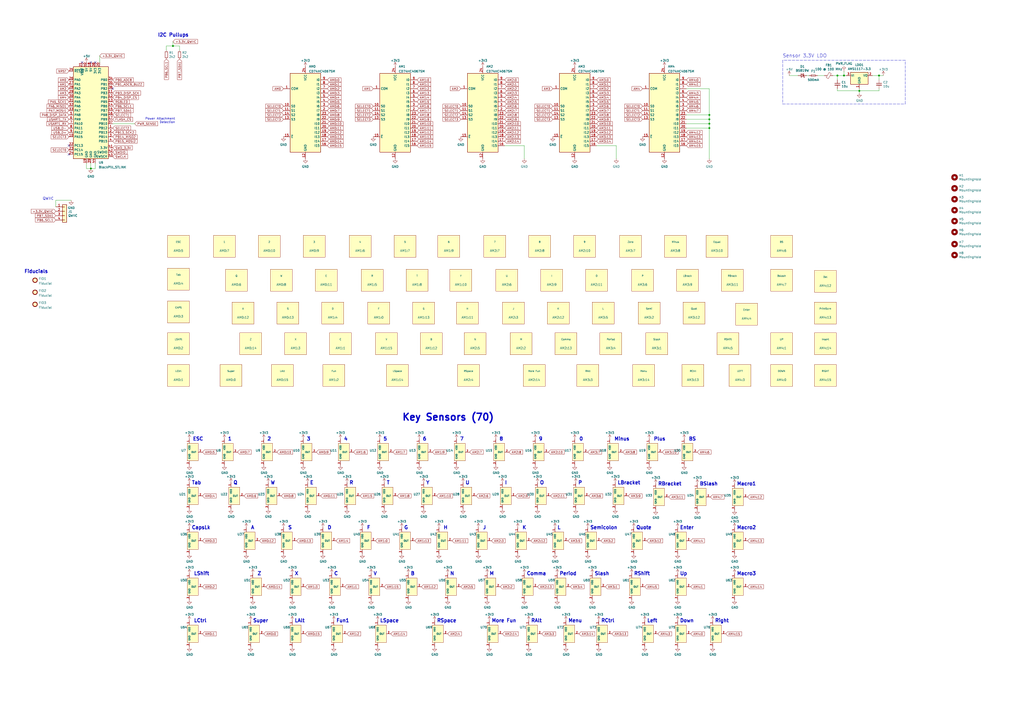
<source format=kicad_sch>
(kicad_sch (version 20211123) (generator eeschema)
  (paper "A2")
  (junction (at 489.585 43.815))
  (junction (at 411.48 71.755))
  (junction (at 485.775 43.815))
  (junction (at 509.905 43.815))
  (junction (at 52.705 97.79))
  (junction (at 100.33 26.67))
  (junction (at 411.48 69.215))
  (junction (at 498.475 52.705))
  (junction (at 411.48 66.675))
  (junction (at 411.48 74.295))
  (no_connect (at 65.405 51.435))
  (no_connect (at 52.705 36.195))
  (no_connect (at 47.625 36.195))
  (no_connect (at 55.245 36.195))
  (no_connect (at 40.005 84.455))
  (no_connect (at 40.005 89.535))
  (wire (pts (xy 483.235 43.815) (xy 485.775 43.815)))
  (wire (pts (xy 498.475 53.975) (xy 498.475 52.705)))
  (wire (pts (xy 346.075 84.455) (xy 357.505 84.455)))
  (polyline (pts (xy 454.025 60.325) (xy 525.145 60.325)))
  (wire (pts (xy 411.48 71.755) (xy 411.48 74.295)))
  (wire (pts (xy 509.905 43.815) (xy 506.095 43.815)))
  (wire (pts (xy 50.165 94.615) (xy 50.165 97.79)))
  (wire (pts (xy 50.165 97.79) (xy 52.705 97.79)))
  (wire (pts (xy 32.385 116.205) (xy 41.275 116.205)))
  (wire (pts (xy 78.105 71.755) (xy 65.405 71.755)))
  (wire (pts (xy 509.905 43.815) (xy 512.445 43.815)))
  (wire (pts (xy 467.995 43.815) (xy 469.265 43.815)))
  (wire (pts (xy 509.905 52.705) (xy 498.475 52.705)))
  (polyline (pts (xy 525.145 34.925) (xy 454.025 34.925)))
  (wire (pts (xy 104.14 26.67) (xy 104.14 29.21)))
  (wire (pts (xy 96.52 26.67) (xy 96.52 29.21)))
  (wire (pts (xy 357.505 84.455) (xy 357.505 92.075)))
  (wire (pts (xy 411.48 51.435) (xy 411.48 66.675)))
  (wire (pts (xy 411.48 69.215) (xy 411.48 71.755)))
  (wire (pts (xy 398.145 71.755) (xy 411.48 71.755)))
  (wire (pts (xy 57.785 36.195) (xy 57.785 32.385)))
  (wire (pts (xy 398.145 51.435) (xy 411.48 51.435)))
  (wire (pts (xy 485.775 46.355) (xy 485.775 43.815)))
  (wire (pts (xy 100.33 26.67) (xy 104.14 26.67)))
  (wire (pts (xy 100.33 24.13) (xy 100.33 26.67)))
  (wire (pts (xy 509.905 51.435) (xy 509.905 52.705)))
  (wire (pts (xy 292.735 84.455) (xy 304.165 84.455)))
  (wire (pts (xy 411.48 66.675) (xy 411.48 69.215)))
  (wire (pts (xy 304.165 84.455) (xy 304.165 92.075)))
  (wire (pts (xy 398.145 69.215) (xy 411.48 69.215)))
  (wire (pts (xy 509.905 46.355) (xy 509.905 43.815)))
  (wire (pts (xy 474.345 43.815) (xy 478.155 43.815)))
  (wire (pts (xy 485.775 43.815) (xy 489.585 43.815)))
  (wire (pts (xy 498.475 52.705) (xy 498.475 51.435)))
  (wire (pts (xy 457.835 43.815) (xy 462.915 43.815)))
  (wire (pts (xy 489.585 41.275) (xy 489.585 43.815)))
  (polyline (pts (xy 525.145 60.325) (xy 525.145 34.925)))
  (wire (pts (xy 398.145 74.295) (xy 411.48 74.295)))
  (wire (pts (xy 52.705 94.615) (xy 52.705 97.79)))
  (polyline (pts (xy 454.025 34.925) (xy 454.025 60.325)))
  (wire (pts (xy 485.775 52.705) (xy 498.475 52.705)))
  (wire (pts (xy 55.245 97.79) (xy 52.705 97.79)))
  (wire (pts (xy 100.33 26.67) (xy 96.52 26.67)))
  (wire (pts (xy 411.48 74.295) (xy 411.48 92.075)))
  (wire (pts (xy 55.245 94.615) (xy 55.245 97.79)))
  (wire (pts (xy 489.585 43.815) (xy 490.855 43.815)))
  (wire (pts (xy 32.385 120.015) (xy 32.385 116.205)))
  (wire (pts (xy 398.145 66.675) (xy 411.48 66.675)))
  (wire (pts (xy 485.775 51.435) (xy 485.775 52.705)))
  (text "LAlt" (at 170.815 361.315 0) (effects (font (size 2.0066 2.0066) (thickness 0.4013) bold) (justify left bottom)))
  (text "Plus" (at 379.095 255.905 0) (effects (font (size 2.0066 2.0066) (thickness 0.4013) bold) (justify left bottom)))
  (text "RShift" (at 367.665 334.01 0) (effects (font (size 2.0066 2.0066) (thickness 0.4013) bold) (justify left bottom)))
  (text "L" (at 323.215 307.34 0) (effects (font (size 2.0066 2.0066) (thickness 0.4013) bold) (justify left bottom)))
  (text "O" (at 313.055 281.305 0) (effects (font (size 2.0066 2.0066) (thickness 0.4013) bold) (justify left bottom)))
  (text "LShift" (at 112.395 334.01 0) (effects (font (size 2.0066 2.0066) (thickness 0.4013) bold) (justify left bottom)))
  (text "BS" (at 399.415 255.905 0) (effects (font (size 2.0066 2.0066) (thickness 0.4013) bold) (justify left bottom)))
  (text "I" (at 292.735 281.305 0) (effects (font (size 2.0066 2.0066) (thickness 0.4013) bold) (justify left bottom)))
  (text "RAlt" (at 307.975 361.315 0) (effects (font (size 2.0066 2.0066) (thickness 0.4013) bold) (justify left bottom)))
  (text "K" (at 302.895 307.34 0) (effects (font (size 2.0066 2.0066) (thickness 0.4013) bold) (justify left bottom)))
  (text "V" (at 216.535 334.01 0) (effects (font (size 2.0066 2.0066) (thickness 0.4013) bold) (justify left bottom)))
  (text "Up" (at 394.335 334.01 0) (effects (font (size 2.0066 2.0066) (thickness 0.4013) bold) (justify left bottom)))
  (text "U" (at 269.875 281.305 0) (effects (font (size 2.0066 2.0066) (thickness 0.4013) bold) (justify left bottom)))
  (text "B" (at 238.125 334.01 0) (effects (font (size 2.0066 2.0066) (thickness 0.4013) bold) (justify left bottom)))
  (text "RSpace" (at 253.365 361.315 0) (effects (font (size 2.0066 2.0066) (thickness 0.4013) bold) (justify left bottom)))
  (text "RCtrl" (at 348.615 361.315 0) (effects (font (size 2.0066 2.0066) (thickness 0.4013) bold) (justify left bottom)))
  (text "CapsLk" (at 111.125 307.34 0) (effects (font (size 2.0066 2.0066) (thickness 0.4013) bold) (justify left bottom)))
  (text "More Fun" (at 285.115 361.315 0) (effects (font (size 2.0066 2.0066) (thickness 0.4013) bold) (justify left bottom)))
  (text "4" (at 199.39 255.905 0) (effects (font (size 2.0066 2.0066) (thickness 0.4013) bold) (justify left bottom)))
  (text "Tab" (at 111.125 281.305 0) (effects (font (size 2.0066 2.0066) (thickness 0.4013) bold) (justify left bottom)))
  (text "H" (at 257.175 307.34 0) (effects (font (size 2.0066 2.0066) (thickness 0.4013) bold) (justify left bottom)))
  (text "Down" (at 394.335 361.315 0) (effects (font (size 2.0066 2.0066) (thickness 0.4013) bold) (justify left bottom)))
  (text "Macro2" (at 427.355 307.34 0) (effects (font (size 2.0066 2.0066) (thickness 0.4013) bold) (justify left bottom)))
  (text "6" (at 245.11 255.905 0) (effects (font (size 2.0066 2.0066) (thickness 0.4013) bold) (justify left bottom)))
  (text "G" (at 234.315 307.34 0) (effects (font (size 2.0066 2.0066) (thickness 0.4013) bold) (justify left bottom)))
  (text "Semicolon" (at 342.265 307.34 0) (effects (font (size 2.0066 2.0066) (thickness 0.4013) bold) (justify left bottom)))
  (text "Comma" (at 305.435 334.01 0) (effects (font (size 2.0066 2.0066) (thickness 0.4013) bold) (justify left bottom)))
  (text "Enter" (at 394.335 307.34 0) (effects (font (size 2.0066 2.0066) (thickness 0.4013) bold) (justify left bottom)))
  (text "Super" (at 146.685 361.315 0) (effects (font (size 2.0066 2.0066) (thickness 0.4013) bold) (justify left bottom)))
  (text "RBracket" (at 381.635 281.94 0) (effects (font (size 2.0066 2.0066) (thickness 0.4013) bold) (justify left bottom)))
  (text "D" (at 189.865 307.34 0) (effects (font (size 2.0066 2.0066) (thickness 0.4013) bold) (justify left bottom)))
  (text "Right" (at 414.655 361.315 0) (effects (font (size 2.0066 2.0066) (thickness 0.4013) bold) (justify left bottom)))
  (text "BSlash" (at 405.765 281.94 0) (effects (font (size 2.0066 2.0066) (thickness 0.4013) bold) (justify left bottom)))
  (text "X" (at 170.815 334.01 0) (effects (font (size 2.0066 2.0066) (thickness 0.4013) bold) (justify left bottom)))
  (text "LCtrl" (at 112.395 361.315 0) (effects (font (size 2.0066 2.0066) (thickness 0.4013) bold) (justify left bottom)))
  (text "M" (at 283.845 334.01 0) (effects (font (size 2.0066 2.0066) (thickness 0.4013) bold) (justify left bottom)))
  (text "W" (at 156.845 281.305 0) (effects (font (size 2.0066 2.0066) (thickness 0.4013) bold) (justify left bottom)))
  (text "Q" (at 135.255 281.305 0) (effects (font (size 2.0066 2.0066) (thickness 0.4013) bold) (justify left bottom)))
  (text "Power Attachment\nDetection" (at 101.6 71.755 180) (effects (font (size 1.27 1.27)) (justify right bottom)))
  (text "J" (at 280.035 307.34 0) (effects (font (size 2.0066 2.0066) (thickness 0.4013) bold) (justify left bottom)))
  (text "P" (at 335.28 281.305 0) (effects (font (size 2.0066 2.0066) (thickness 0.4013) bold) (justify left bottom)))
  (text "QWIIC" (at 24.765 116.205 0) (effects (font (size 1.4986 1.4986)) (justify left bottom)))
  (text "Fiducials" (at 13.97 158.75 0) (effects (font (size 2.0066 2.0066) (thickness 0.4013) bold) (justify left bottom)))
  (text "R" (at 202.565 281.305 0) (effects (font (size 2.0066 2.0066) (thickness 0.4013) bold) (justify left bottom)))
  (text "A" (at 145.415 307.34 0) (effects (font (size 2.0066 2.0066) (thickness 0.4013) bold) (justify left bottom)))
  (text "E" (at 179.705 281.305 0) (effects (font (size 2.0066 2.0066) (thickness 0.4013) bold) (justify left bottom)))
  (text "Minus" (at 356.235 255.905 0) (effects (font (size 2.0066 2.0066) (thickness 0.4013) bold) (justify left bottom)))
  (text "3" (at 177.8 255.905 0) (effects (font (size 2.0066 2.0066) (thickness 0.4013) bold) (justify left bottom)))
  (text "Z" (at 149.225 334.01 0) (effects (font (size 2.0066 2.0066) (thickness 0.4013) bold) (justify left bottom)))
  (text "8" (at 289.56 255.905 0) (effects (font (size 2.0066 2.0066) (thickness 0.4013) bold) (justify left bottom)))
  (text "5" (at 222.25 255.905 0) (effects (font (size 2.0066 2.0066) (thickness 0.4013) bold) (justify left bottom)))
  (text "LSpace" (at 220.345 361.315 0) (effects (font (size 2.0066 2.0066) (thickness 0.4013) bold) (justify left bottom)))
  (text "Left" (at 375.285 361.315 0) (effects (font (size 2.0066 2.0066) (thickness 0.4013) bold) (justify left bottom)))
  (text "2" (at 154.94 255.905 0) (effects (font (size 2.0066 2.0066) (thickness 0.4013) bold) (justify left bottom)))
  (text "0" (at 335.915 255.905 0) (effects (font (size 2.0066 2.0066) (thickness 0.4013) bold) (justify left bottom)))
  (text "9" (at 312.42 255.905 0) (effects (font (size 2.0066 2.0066) (thickness 0.4013) bold) (justify left bottom)))
  (text "T" (at 224.155 281.305 0) (effects (font (size 2.0066 2.0066) (thickness 0.4013) bold) (justify left bottom)))
  (text "Slash" (at 344.805 334.01 0) (effects (font (size 2.0066 2.0066) (thickness 0.4013) bold) (justify left bottom)))
  (text "F" (at 212.725 307.34 0) (effects (font (size 2.0066 2.0066) (thickness 0.4013) bold) (justify left bottom)))
  (text "Key Sensors (70)" (at 233.045 244.475 0) (effects (font (size 3.9878 3.9878) (thickness 0.7976) bold) (justify left bottom)))
  (text "1" (at 132.08 255.905 0) (effects (font (size 2.0066 2.0066) (thickness 0.4013) bold) (justify left bottom)))
  (text "Fun1" (at 194.945 361.315 0) (effects (font (size 2.0066 2.0066) (thickness 0.4013) bold) (justify left bottom)))
  (text "Macro1" (at 427.355 281.94 0) (effects (font (size 2.0066 2.0066) (thickness 0.4013) bold) (justify left bottom)))
  (text "Macro3" (at 427.355 334.01 0) (effects (font (size 2.0066 2.0066) (thickness 0.4013) bold) (justify left bottom)))
  (text "Y" (at 247.015 281.305 0) (effects (font (size 2.0066 2.0066) (thickness 0.4013) bold) (justify left bottom)))
  (text "Quote" (at 368.935 307.34 0) (effects (font (size 2.0066 2.0066) (thickness 0.4013) bold) (justify left bottom)))
  (text "Period" (at 324.485 334.01 0) (effects (font (size 2.0066 2.0066) (thickness 0.4013) bold) (justify left bottom)))
  (text "7" (at 266.7 255.905 0) (effects (font (size 2.0066 2.0066) (thickness 0.4013) bold) (justify left bottom)))
  (text "S" (at 167.005 307.34 0) (effects (font (size 2.0066 2.0066) (thickness 0.4013) bold) (justify left bottom)))
  (text "Menu" (at 329.565 361.315 0) (effects (font (size 2.0066 2.0066) (thickness 0.4013) bold) (justify left bottom)))
  (text "I2C Pullups" (at 91.44 21.59 0) (effects (font (size 2.0066 2.0066) (thickness 0.4013) bold) (justify left bottom)))
  (text "LBracket" (at 358.14 281.305 0) (effects (font (size 2.0066 2.0066) (thickness 0.4013) bold) (justify left bottom)))
  (text "C" (at 193.675 334.01 0) (effects (font (size 2.0066 2.0066) (thickness 0.4013) bold) (justify left bottom)))
  (text "Sensor 3.3V LDO" (at 454.025 33.655 0) (effects (font (size 2.0066 2.0066)) (justify left bottom)))
  (text "N" (at 260.985 334.01 0) (effects (font (size 2.0066 2.0066) (thickness 0.4013) bold) (justify left bottom)))
  (text "ESC" (at 111.76 255.905 0) (effects (font (size 2.0066 2.0066) (thickness 0.4013) bold) (justify left bottom)))
  (global_label "AM3:10" (shape input) (at 384.175 262.255 0) (property "Intersheet References" "${INTERSHEET_REFS}" (effects hide)))
  (global_label "AM1:3" (shape input) (at 177.165 340.36 0) (property "Intersheet References" "${INTERSHEET_REFS}" (effects hide)))
  (global_label "AM1:13" (shape input) (at 240.665 313.69 0) (property "Intersheet References" "${INTERSHEET_REFS}" (effects hide)))
  (global_label "AM3:12" (shape input) (at 375.285 313.69 0) (property "Intersheet References" "${INTERSHEET_REFS}" (effects hide)))
  (global_label "SELECT1" (shape input) (at 372.745 64.135 180) (property "Intersheet References" "${INTERSHEET_REFS}" (effects hide)))
  (global_label "AM0:11" (shape input) (at 186.055 287.655 0) (property "Intersheet References" "${INTERSHEET_REFS}" (effects hide)))
  (global_label "AM4:15" (shape input) (at 421.005 367.665 0) (property "Intersheet References" "${INTERSHEET_REFS}" (effects hide)))
  (global_label "AM2:2" (shape input) (at 290.195 340.36 0) (property "Intersheet References" "${INTERSHEET_REFS}" (effects hide)))
  (global_label "AM3" (shape input) (at 40.005 53.975 180) (property "Intersheet References" "${INTERSHEET_REFS}" (effects hide)))
  (global_label "+3.3V_QWIIC" (shape input) (at 57.785 32.385 0) (property "Intersheet References" "${INTERSHEET_REFS}" (effects hide)))
  (global_label "AM0:2" (shape input) (at 117.475 340.36 0) (property "Intersheet References" "${INTERSHEET_REFS}" (effects hide)))
  (global_label "PB7_SDA1" (shape input) (at 32.385 125.095 180) (property "Intersheet References" "${INTERSHEET_REFS}" (effects hide)))
  (global_label "AM0:8" (shape input) (at 189.865 66.675 0) (property "Intersheet References" "${INTERSHEET_REFS}" (effects hide)))
  (global_label "AM2:8" (shape input) (at 295.275 262.255 0) (property "Intersheet References" "${INTERSHEET_REFS}" (effects hide)))
  (global_label "AM2:5" (shape input) (at 267.335 340.36 0) (property "Intersheet References" "${INTERSHEET_REFS}" (effects hide)))
  (global_label "AM0:13" (shape input) (at 189.865 79.375 0) (property "Intersheet References" "${INTERSHEET_REFS}" (effects hide)))
  (global_label "AM4:12" (shape input) (at 398.145 76.835 0) (property "Intersheet References" "${INTERSHEET_REFS}" (effects hide)))
  (global_label "AM1:15" (shape input) (at 222.885 340.36 0) (property "Intersheet References" "${INTERSHEET_REFS}" (effects hide)))
  (global_label "AM3:5" (shape input) (at 346.075 59.055 0) (property "Intersheet References" "${INTERSHEET_REFS}" (effects hide)))
  (global_label "AM0:8" (shape input) (at 163.195 287.655 0) (property "Intersheet References" "${INTERSHEET_REFS}" (effects hide)))
  (global_label "AM3:14" (shape input) (at 346.075 81.915 0) (property "Intersheet References" "${INTERSHEET_REFS}" (effects hide)))
  (global_label "SELECT2" (shape input) (at 267.335 66.675 180) (property "Intersheet References" "${INTERSHEET_REFS}" (effects hide)))
  (global_label "AM2:6" (shape input) (at 292.735 61.595 0) (property "Intersheet References" "${INTERSHEET_REFS}" (effects hide)))
  (global_label "PB0_ADC8" (shape input) (at 65.405 46.355 0) (property "Intersheet References" "${INTERSHEET_REFS}" (effects hide)))
  (global_label "AM4:4" (shape input) (at 398.145 56.515 0) (property "Intersheet References" "${INTERSHEET_REFS}" (effects hide)))
  (global_label "AM3:1" (shape input) (at 351.155 340.36 0) (property "Intersheet References" "${INTERSHEET_REFS}" (effects hide)))
  (global_label "AM0:11" (shape input) (at 189.865 74.295 0) (property "Intersheet References" "${INTERSHEET_REFS}" (effects hide)))
  (global_label "AM4:5" (shape input) (at 374.015 340.36 0) (property "Intersheet References" "${INTERSHEET_REFS}" (effects hide)))
  (global_label "AM4:1" (shape input) (at 400.685 340.36 0) (property "Intersheet References" "${INTERSHEET_REFS}" (effects hide)))
  (global_label "AM1:14" (shape input) (at 226.695 367.665 0) (property "Intersheet References" "${INTERSHEET_REFS}" (effects hide)))
  (global_label "AM1:9" (shape input) (at 250.825 262.255 0) (property "Intersheet References" "${INTERSHEET_REFS}" (effects hide)))
  (global_label "AM4:14" (shape input) (at 433.705 340.36 0) (property "Intersheet References" "${INTERSHEET_REFS}" (effects hide)))
  (global_label "SELECT1" (shape input) (at 267.335 64.135 180) (property "Intersheet References" "${INTERSHEET_REFS}" (effects hide)))
  (global_label "AM1:8" (shape input) (at 241.935 66.675 0) (property "Intersheet References" "${INTERSHEET_REFS}" (effects hide)))
  (global_label "AM0:9" (shape input) (at 189.865 69.215 0) (property "Intersheet References" "${INTERSHEET_REFS}" (effects hide)))
  (global_label "AM1:5" (shape input) (at 241.935 59.055 0) (property "Intersheet References" "${INTERSHEET_REFS}" (effects hide)))
  (global_label "AM0" (shape input) (at 164.465 51.435 180) (property "Intersheet References" "${INTERSHEET_REFS}" (effects hide)))
  (global_label "AM1:14" (shape input) (at 241.935 81.915 0) (property "Intersheet References" "${INTERSHEET_REFS}" (effects hide)))
  (global_label "AM0:2" (shape input) (at 189.865 51.435 0) (property "Intersheet References" "${INTERSHEET_REFS}" (effects hide)))
  (global_label "AM1:13" (shape input) (at 241.935 79.375 0) (property "Intersheet References" "${INTERSHEET_REFS}" (effects hide)))
  (global_label "AM4:15" (shape input) (at 398.145 84.455 0) (property "Intersheet References" "${INTERSHEET_REFS}" (effects hide)))
  (global_label "AM0:9" (shape input) (at 183.515 262.255 0) (property "Intersheet References" "${INTERSHEET_REFS}" (effects hide)))
  (global_label "USART1_RX" (shape input) (at 40.005 71.755 180) (property "Intersheet References" "${INTERSHEET_REFS}" (effects hide)))
  (global_label "AM1:7" (shape input) (at 227.965 262.255 0) (property "Intersheet References" "${INTERSHEET_REFS}" (effects hide)))
  (global_label "AM3:4" (shape input) (at 346.075 56.515 0) (property "Intersheet References" "${INTERSHEET_REFS}" (effects hide)))
  (global_label "AM2:9" (shape input) (at 299.085 287.655 0) (property "Intersheet References" "${INTERSHEET_REFS}" (effects hide)))
  (global_label "AM4:12" (shape input) (at 433.705 288.29 0) (property "Intersheet References" "${INTERSHEET_REFS}" (effects hide)))
  (global_label "SELECT2" (shape input) (at 65.405 74.295 0) (property "Intersheet References" "${INTERSHEET_REFS}" (effects hide)))
  (global_label "PWR_SENSE" (shape input) (at 78.105 71.755 0) (property "Intersheet References" "${INTERSHEET_REFS}" (effects hide)))
  (global_label "AM1:10" (shape input) (at 253.365 287.655 0) (property "Intersheet References" "${INTERSHEET_REFS}" (effects hide)))
  (global_label "AM1:5" (shape input) (at 208.915 287.655 0) (property "Intersheet References" "${INTERSHEET_REFS}" (effects hide)))
  (global_label "AM1:10" (shape input) (at 241.935 71.755 0) (property "Intersheet References" "${INTERSHEET_REFS}" (effects hide)))
  (global_label "SELECT3" (shape input) (at 164.465 69.215 180) (property "Intersheet References" "${INTERSHEET_REFS}" (effects hide)))
  (global_label "AM3:6" (shape input) (at 346.075 61.595 0) (property "Intersheet References" "${INTERSHEET_REFS}" (effects hide)))
  (global_label "AM1:2" (shape input) (at 241.935 51.435 0) (property "Intersheet References" "${INTERSHEET_REFS}" (effects hide)))
  (global_label "+3.3V_QWIIC" (shape input) (at 32.385 122.555 180) (property "Intersheet References" "${INTERSHEET_REFS}" (effects hide)))
  (global_label "AM1:7" (shape input) (at 241.935 64.135 0) (property "Intersheet References" "${INTERSHEET_REFS}" (effects hide)))
  (global_label "AM0:6" (shape input) (at 189.865 61.595 0) (property "Intersheet References" "${INTERSHEET_REFS}" (effects hide)))
  (global_label "AM4" (shape input) (at 40.005 56.515 180) (property "Intersheet References" "${INTERSHEET_REFS}" (effects hide)))
  (global_label "PA5_SCK1" (shape input) (at 40.005 59.055 180) (property "Intersheet References" "${INTERSHEET_REFS}" (effects hide)))
  (global_label "AM3:14" (shape input) (at 335.915 367.665 0) (property "Intersheet References" "${INTERSHEET_REFS}" (effects hide)))
  (global_label "AM2" (shape input) (at 267.335 51.435 180) (property "Intersheet References" "${INTERSHEET_REFS}" (effects hide)))
  (global_label "AM0:10" (shape input) (at 160.655 262.255 0) (property "Intersheet References" "${INTERSHEET_REFS}" (effects hide)))
  (global_label "AM0:3" (shape input) (at 117.475 313.69 0) (property "Intersheet References" "${INTERSHEET_REFS}" (effects hide)))
  (global_label "PB1_ADC9_BUZZ" (shape input) (at 65.405 48.895 0) (property "Intersheet References" "${INTERSHEET_REFS}" (effects hide)))
  (global_label "AM1:6" (shape input) (at 241.935 61.595 0) (property "Intersheet References" "${INTERSHEET_REFS}" (effects hide)))
  (global_label "AM1" (shape input) (at 40.005 48.895 180) (property "Intersheet References" "${INTERSHEET_REFS}" (effects hide)))
  (global_label "AM3:9" (shape input) (at 364.49 287.655 0) (property "Intersheet References" "${INTERSHEET_REFS}" (effects hide)))
  (global_label "PA8_DISP_DATA" (shape input) (at 40.005 66.675 180) (property "Intersheet References" "${INTERSHEET_REFS}" (effects hide)))
  (global_label "AM1:4" (shape input) (at 241.935 56.515 0) (property "Intersheet References" "${INTERSHEET_REFS}" (effects hide)))
  (global_label "AM2:3" (shape input) (at 292.735 53.975 0) (property "Intersheet References" "${INTERSHEET_REFS}" (effects hide)))
  (global_label "AM2:0" (shape input) (at 292.735 46.355 0) (property "Intersheet References" "${INTERSHEET_REFS}" (effects hide)))
  (global_label "AM3:7" (shape input) (at 346.075 64.135 0) (property "Intersheet References" "${INTERSHEET_REFS}" (effects hide)))
  (global_label "AM3:13" (shape input) (at 354.965 367.665 0) (property "Intersheet References" "${INTERSHEET_REFS}" (effects hide)))
  (global_label "AM2:13" (shape input) (at 292.735 79.375 0) (property "Intersheet References" "${INTERSHEET_REFS}" (effects hide)))
  (global_label "AM3:13" (shape input) (at 346.075 79.375 0) (property "Intersheet References" "${INTERSHEET_REFS}" (effects hide)))
  (global_label "AM2:7" (shape input) (at 292.735 64.135 0) (property "Intersheet References" "${INTERSHEET_REFS}" (effects hide)))
  (global_label "SELECT1" (shape input) (at 65.405 66.675 0) (property "Intersheet References" "${INTERSHEET_REFS}" (effects hide)))
  (global_label "SELECT2" (shape input) (at 372.745 66.675 180) (property "Intersheet References" "${INTERSHEET_REFS}" (effects hide)))
  (global_label "AM2:10" (shape input) (at 318.135 262.255 0) (property "Intersheet References" "${INTERSHEET_REFS}" (effects hide)))
  (global_label "AM1:3" (shape input) (at 241.935 53.975 0) (property "Intersheet References" "${INTERSHEET_REFS}" (effects hide)))
  (global_label "AM0:0" (shape input) (at 189.865 46.355 0) (property "Intersheet References" "${INTERSHEET_REFS}" (effects hide)))
  (global_label "AM0:10" (shape input) (at 189.865 71.755 0) (property "Intersheet References" "${INTERSHEET_REFS}" (effects hide)))
  (global_label "AM1:12" (shape input) (at 241.935 76.835 0) (property "Intersheet References" "${INTERSHEET_REFS}" (effects hide)))
  (global_label "AM1:6" (shape input) (at 205.105 262.255 0) (property "Intersheet References" "${INTERSHEET_REFS}" (effects hide)))
  (global_label "AM0:15" (shape input) (at 189.865 84.455 0) (property "Intersheet References" "${INTERSHEET_REFS}" (effects hide)))
  (global_label "PB4_DISP_CS" (shape input) (at 65.405 56.515 0) (property "Intersheet References" "${INTERSHEET_REFS}" (effects hide)))
  (global_label "AM4:6" (shape input) (at 404.495 262.255 0) (property "Intersheet References" "${INTERSHEET_REFS}" (effects hide)))
  (global_label "AM0:14" (shape input) (at 154.305 340.36 0) (property "Intersheet References" "${INTERSHEET_REFS}" (effects hide)))
  (global_label "AM1:9" (shape input) (at 241.935 69.215 0) (property "Intersheet References" "${INTERSHEET_REFS}" (effects hide)))
  (global_label "AM2:14" (shape input) (at 291.465 367.665 0) (property "Intersheet References" "${INTERSHEET_REFS}" (effects hide)))
  (global_label "PB6_SCL1" (shape input) (at 32.385 127.635 180) (property "Intersheet References" "${INTERSHEET_REFS}" (effects hide)))
  (global_label "SELECT0" (shape input) (at 40.005 86.995 180) (property "Intersheet References" "${INTERSHEET_REFS}" (effects hide)))
  (global_label "SELECT0" (shape input) (at 320.675 61.595 180) (property "Intersheet References" "${INTERSHEET_REFS}" (effects hide)))
  (global_label "AM0:5" (shape input) (at 189.865 59.055 0) (property "Intersheet References" "${INTERSHEET_REFS}" (effects hide)))
  (global_label "SELECT2" (shape input) (at 164.465 66.675 180) (property "Intersheet References" "${INTERSHEET_REFS}" (effects hide)))
  (global_label "AM3:2" (shape input) (at 346.075 51.435 0) (property "Intersheet References" "${INTERSHEET_REFS}" (effects hide)))
  (global_label "AM0:13" (shape input) (at 172.085 313.69 0) (property "Intersheet References" "${INTERSHEET_REFS}" (effects hide)))
  (global_label "AM1:15" (shape input) (at 241.935 84.455 0) (property "Intersheet References" "${INTERSHEET_REFS}" (effects hide)))
  (global_label "PB15_MOSI2" (shape input) (at 65.405 81.915 0) (property "Intersheet References" "${INTERSHEET_REFS}" (effects hide)))
  (global_label "AM3:0" (shape input) (at 346.075 46.355 0) (property "Intersheet References" "${INTERSHEET_REFS}" (effects hide)))
  (global_label "AM2:1" (shape input) (at 292.735 48.895 0) (property "Intersheet References" "${INTERSHEET_REFS}" (effects hide)))
  (global_label "AM4:13" (shape input) (at 433.705 313.69 0) (property "Intersheet References" "${INTERSHEET_REFS}" (effects hide)))
  (global_label "SWCLK" (shape input) (at 65.405 90.805 0) (property "Intersheet References" "${INTERSHEET_REFS}" (effects hide)))
  (global_label "AM0:4" (shape input) (at 189.865 56.515 0) (property "Intersheet References" "${INTERSHEET_REFS}" (effects hide)))
  (global_label "AM3:7" (shape input) (at 340.995 262.255 0) (property "Intersheet References" "${INTERSHEET_REFS}" (effects hide)))
  (global_label "AM3:12" (shape input) (at 346.075 76.835 0) (property "Intersheet References" "${INTERSHEET_REFS}" (effects hide)))
  (global_label "AM2:9" (shape input) (at 292.735 69.215 0) (property "Intersheet References" "${INTERSHEET_REFS}" (effects hide)))
  (global_label "AM1" (shape input) (at 216.535 51.435 180) (property "Intersheet References" "${INTERSHEET_REFS}" (effects hide)))
  (global_label "AM1:11" (shape input) (at 241.935 74.295 0) (property "Intersheet References" "${INTERSHEET_REFS}" (effects hide)))
  (global_label "AM0:1" (shape input) (at 117.475 367.665 0) (property "Intersheet References" "${INTERSHEET_REFS}" (effects hide)))
  (global_label "AM4:13" (shape input) (at 398.145 79.375 0) (property "Intersheet References" "${INTERSHEET_REFS}" (effects hide)))
  (global_label "+3.3V_QWIIC" (shape input) (at 100.33 24.13 0) (property "Intersheet References" "${INTERSHEET_REFS}" (effects hide)))
  (global_label "SELECT1" (shape input) (at 216.535 64.135 180) (property "Intersheet References" "${INTERSHEET_REFS}" (effects hide)))
  (global_label "AM0:12" (shape input) (at 150.495 313.69 0) (property "Intersheet References" "${INTERSHEET_REFS}" (effects hide)))
  (global_label "AM3:3" (shape input) (at 314.325 367.665 0) (property "Intersheet References" "${INTERSHEET_REFS}" (effects hide)))
  (global_label "SELECT3" (shape input) (at 216.535 69.215 180) (property "Intersheet References" "${INTERSHEET_REFS}" (effects hide)))
  (global_label "AM2:8" (shape input) (at 292.735 66.675 0) (property "Intersheet References" "${INTERSHEET_REFS}" (effects hide)))
  (global_label "PB3_DISP_SCK" (shape input) (at 65.405 53.975 0) (property "Intersheet References" "${INTERSHEET_REFS}" (effects hide)))
  (global_label "AM2" (shape input) (at 40.005 51.435 180) (property "Intersheet References" "${INTERSHEET_REFS}" (effects hide)))
  (global_label "SELECT3" (shape input) (at 320.675 69.215 180) (property "Intersheet References" "${INTERSHEET_REFS}" (effects hide)))
  (global_label "AM4:14" (shape input) (at 398.145 81.915 0) (property "Intersheet References" "${INTERSHEET_REFS}" (effects hide)))
  (global_label "AM3" (shape input) (at 320.675 51.435 180) (property "Intersheet References" "${INTERSHEET_REFS}" (effects hide)))
  (global_label "PA7_MOSI1" (shape input) (at 40.005 64.135 180) (property "Intersheet References" "${INTERSHEET_REFS}" (effects hide)))
  (global_label "PB6_SCL1" (shape input) (at 96.52 34.29 270) (property "Intersheet References" "${INTERSHEET_REFS}" (effects hide)))
  (global_label "AM0:12" (shape input) (at 189.865 76.835 0) (property "Intersheet References" "${INTERSHEET_REFS}" (effects hide)))
  (global_label "AM0:0" (shape input) (at 153.035 367.665 0) (property "Intersheet References" "${INTERSHEET_REFS}" (effects hide)))
  (global_label "SELECT0" (shape input) (at 267.335 61.595 180) (property "Intersheet References" "${INTERSHEET_REFS}" (effects hide)))
  (global_label "AM3:2" (shape input) (at 348.615 313.69 0) (property "Intersheet References" "${INTERSHEET_REFS}" (effects hide)))
  (global_label "AM4" (shape input) (at 372.745 51.435 180) (property "Intersheet References" "${INTERSHEET_REFS}" (effects hide)))
  (global_label "AM4:5" (shape input) (at 398.145 59.055 0) (property "Intersheet References" "${INTERSHEET_REFS}" (effects hide)))
  (global_label "PB13_SCK2" (shape input) (at 65.405 76.835 0) (property "Intersheet References" "${INTERSHEET_REFS}" (effects hide)))
  (global_label "NRST" (shape input) (at 40.005 41.275 180) (property "Intersheet References" "${INTERSHEET_REFS}" (effects hide)))
  (global_label "PB6_SCL1" (shape input) (at 65.405 61.595 0) (property "Intersheet References" "${INTERSHEET_REFS}" (effects hide)))
  (global_label "PB7_SDA1" (shape input) (at 104.14 34.29 270) (property "Intersheet References" "${INTERSHEET_REFS}" (effects hide)))
  (global_label "AM4:6" (shape input) (at 398.145 61.595 0) (property "Intersheet References" "${INTERSHEET_REFS}" (effects hide)))
  (global_label "AM1:11" (shape input) (at 262.255 313.69 0) (property "Intersheet References" "${INTERSHEET_REFS}" (effects hide)))
  (global_label "AM3:9" (shape input) (at 346.075 69.215 0) (property "Intersheet References" "${INTERSHEET_REFS}" (effects hide)))
  (global_label "AM4:7" (shape input) (at 412.115 288.29 0) (property "Intersheet References" "${INTERSHEET_REFS}" (effects hide)))
  (global_label "USB_D-" (shape input) (at 40.005 74.295 180) (property "Intersheet References" "${INTERSHEET_REFS}" (effects hide)))
  (global_label "AM2:7" (shape input) (at 272.415 262.255 0) (property "Intersheet References" "${INTERSHEET_REFS}" (effects hide)))
  (global_label "AM2:11" (shape input) (at 292.735 74.295 0) (property "Intersheet References" "${INTERSHEET_REFS}" (effects hide)))
  (global_label "AM2:10" (shape input) (at 292.735 71.755 0) (property "Intersheet References" "${INTERSHEET_REFS}" (effects hide)))
  (global_label "AM2:5" (shape input) (at 292.735 59.055 0) (property "Intersheet References" "${INTERSHEET_REFS}" (effects hide)))
  (global_label "AM4:1" (shape input) (at 398.145 48.895 0) (property "Intersheet References" "${INTERSHEET_REFS}" (effects hide)))
  (global_label "AM2:6" (shape input) (at 276.225 287.655 0) (property "Intersheet References" "${INTERSHEET_REFS}" (effects hide)))
  (global_label "SELECT1" (shape input) (at 164.465 64.135 180) (property "Intersheet References" "${INTERSHEET_REFS}" (effects hide)))
  (global_label "AM4:3" (shape input) (at 398.145 53.975 0) (property "Intersheet References" "${INTERSHEET_REFS}" (effects hide)))
  (global_label "AM4:4" (shape input) (at 400.685 313.69 0) (property "Intersheet References" "${INTERSHEET_REFS}" (effects hide)))
  (global_label "AM3:8" (shape input) (at 361.315 262.255 0) (property "Intersheet References" "${INTERSHEET_REFS}" (effects hide)))
  (global_label "SELECT3" (shape input) (at 372.745 69.215 180) (property "Intersheet References" "${INTERSHEET_REFS}" (effects hide)))
  (global_label "AM3:1" (shape input) (at 346.075 48.895 0) (property "Intersheet References" "${INTERSHEET_REFS}" (effects hide)))
  (global_label "AM2:14" (shape input) (at 292.735 81.915 0) (property "Intersheet References" "${INTERSHEET_REFS}" (effects hide)))
  (global_label "AM3:5" (shape input) (at 329.565 313.69 0) (property "Intersheet References" "${INTERSHEET_REFS}" (effects hide)))
  (global_label "AM0:5" (shape input) (at 117.475 262.255 0) (property "Intersheet References" "${INTERSHEET_REFS}" (effects hide)))
  (global_label "USB_D+" (shape input) (at 40.005 76.835 180) (property "Intersheet References" "${INTERSHEET_REFS}" (effects hide)))
  (global_label "AM1:0" (shape input) (at 241.935 46.355 0) (property "Intersheet References" "${INTERSHEET_REFS}" (effects hide)))
  (global_label "SELECT1" (shape input) (at 320.675 64.135 180) (property "Intersheet References" "${INTERSHEET_REFS}" (effects hide)))
  (global_label "AM2:3" (shape input) (at 285.115 313.69 0) (property "Intersheet References" "${INTERSHEET_REFS}" (effects hide)))
  (global_label "AM1:12" (shape input) (at 244.475 340.36 0) (property "Intersheet References" "${INTERSHEET_REFS}" (effects hide)))
  (global_label "AM3:3" (shape input) (at 346.075 53.975 0) (property "Intersheet References" "${INTERSHEET_REFS}" (effects hide)))
  (global_label "AM0:1" (shape input) (at 189.865 48.895 0) (property "Intersheet References" "${INTERSHEET_REFS}" (effects hide)))
  (global_label "AM1:1" (shape input) (at 200.025 340.36 0) (property "Intersheet References" "${INTERSHEET_REFS}" (effects hide)))
  (global_label "SELECT2" (shape input) (at 216.535 66.675 180) (property "Intersheet References" "${INTERSHEET_REFS}" (effects hide)))
  (global_label "SELECT3" (shape input) (at 40.005 79.375 180) (property "Intersheet References" "${INTERSHEET_REFS}" (effects hide)))
  (global_label "AM1:2" (shape input) (at 201.295 367.665 0) (property "Intersheet References" "${INTERSHEET_REFS}" (effects hide)))
  (global_label "USART1_TX" (shape input) (at 40.005 69.215 180) (property "Intersheet References" "${INTERSHEET_REFS}" (effects hide)))
  (global_label "AM2:12" (shape input) (at 292.735 76.835 0) (property "Intersheet References" "${INTERSHEET_REFS}" (effects hide)))
  (global_label "AM1:8" (shape input) (at 230.505 287.655 0) (property "Intersheet References" "${INTERSHEET_REFS}" (effects hide)))
  (global_label "AM2:4" (shape input) (at 292.735 56.515 0) (property "Intersheet References" "${INTERSHEET_REFS}" (effects hide)))
  (global_label "SELECT3" (shape input) (at 267.335 69.215 180) (property "Intersheet References" "${INTERSHEET_REFS}" (effects hide)))
  (global_label "AM1:1" (shape input) (at 241.935 48.895 0) (property "Intersheet References" "${INTERSHEET_REFS}" (effects hide)))
  (global_label "AM3:10" (shape input) (at 346.075 71.755 0) (property "Intersheet References" "${INTERSHEET_REFS}" (effects hide)))
  (global_label "AM0:7" (shape input) (at 189.865 64.135 0) (property "Intersheet References" "${INTERSHEET_REFS}" (effects hide)))
  (global_label "AM4:0" (shape input) (at 400.685 367.665 0) (property "Intersheet References" "${INTERSHEET_REFS}" (effects hide)))
  (global_label "AM0:7" (shape input) (at 137.795 262.255 0) (property "Intersheet References" "${INTERSHEET_REFS}" (effects hide)))
  (global_label "AM3:11" (shape input) (at 346.075 74.295 0) (property "Intersheet References" "${INTERSHEET_REFS}" (effects hide)))
  (global_label "AM3:8" (shape input) (at 346.075 66.675 0) (property "Intersheet References" "${INTERSHEET_REFS}" (effects hide)))
  (global_label "SWD_3.3V" (shape input) (at 65.405 85.725 0) (property "Intersheet References" "${INTERSHEET_REFS}" (effects hide)))
  (global_label "FLASH_CS" (shape input) (at 65.405 69.215 0) (property "Intersheet References" "${INTERSHEET_REFS}" (effects hide)))
  (global_label "RGBLED" (shape input) (at 65.405 59.055 0) (property "Intersheet References" "${INTERSHEET_REFS}" (effects hide)))
  (global_label "AM4:7" (shape input) (at 398.145 64.135 0) (property "Intersheet References" "${INTERSHEET_REFS}" (effects hide)))
  (global_label "PB14_MISO2" (shape input) (at 65.405 79.375 0) (property "Intersheet References" "${INTERSHEET_REFS}" (effects hide)))
  (global_label "AM0:15" (shape input) (at 177.165 367.665 0) (property "Intersheet References" "${INTERSHEET_REFS}" (effects hide)))
  (global_label "AM0" (shape input) (at 40.005 46.355 180) (property "Intersheet References" "${INTERSHEET_REFS}" (effects hide)))
  (global_label "AM0:4" (shape input) (at 117.475 287.655 0) (property "Intersheet References" "${INTERSHEET_REFS}" (effects hide)))
  (global_label "AM3:4" (shape input) (at 330.835 340.36 0) (property "Intersheet References" "${INTERSHEET_REFS}" (effects hide)))
  (global_label "AM3:6" (shape input) (at 341.63 287.655 0) (property "Intersheet References" "${INTERSHEET_REFS}" (effects hide)))
  (global_label "SELECT2" (shape input) (at 320.675 66.675 180) (property "Intersheet References" "${INTERSHEET_REFS}" (effects hide)))
  (global_label "AM0:3" (shape input) (at 189.865 53.975 0) (property "Intersheet References" "${INTERSHEET_REFS}" (effects hide)))
  (global_label "SELECT0" (shape input) (at 372.745 61.595 180) (property "Intersheet References" "${INTERSHEET_REFS}" (effects hide)))
  (global_label "AM2:12" (shape input) (at 307.975 313.69 0) (property "Intersheet References" "${INTERSHEET_REFS}" (effects hide)))
  (global_label "AM1:0" (shape input) (at 217.805 313.69 0) (property "Intersheet References" "${INTERSHEET_REFS}" (effects hide)))
  (global_label "AM2:4" (shape input) (at 259.715 367.665 0) (property "Intersheet References" "${INTERSHEET_REFS}" (effects hide)))
  (global_label "AM1:4" (shape input) (at 194.945 313.69 0) (property "Intersheet References" "${INTERSHEET_REFS}" (effects hide)))
  (global_label "AM3:11" (shape input) (at 387.985 288.29 0) (property "Intersheet References" "${INTERSHEET_REFS}" (effects hide)))
  (global_label "AM0:6" (shape input) (at 141.605 287.655 0) (property "Intersheet References" "${INTERSHEET_REFS}" (effects hide)))
  (global_label "AM0:14" (shape input) (at 189.865 81.915 0) (property "Intersheet References" "${INTERSHEET_REFS}" (effects hide)))
  (global_label "SELECT0" (shape input) (at 164.465 61.595 180) (property "Intersheet References" "${INTERSHEET_REFS}" (effects hide)))
  (global_label "PA6_MISO1" (shape input) (at 40.005 61.595 180) (property "Intersheet References" "${INTERSHEET_REFS}" (effects hide)))
  (global_label "PB7_SDA1" (shape input) (at 65.405 64.135 0) (property "Intersheet References" "${INTERSHEET_REFS}" (effects hide)))
  (global_label "AM2:13" (shape input) (at 311.785 340.36 0) (property "Intersheet References" "${INTERSHEET_REFS}" (effects hide)))
  (global_label "SELECT0" (shape input) (at 216.535 61.595 180) (property "Intersheet References" "${INTERSHEET_REFS}" (effects hide)))
  (global_label "AM2:11" (shape input) (at 319.405 287.655 0) (property "Intersheet References" "${INTERSHEET_REFS}" (effects hide)))
  (global_label "AM4:3" (shape input) (at 381.635 367.665 0) (property "Intersheet References" "${INTERSHEET_REFS}" (effects hide)))
  (global_label "AM2:2" (shape input) (at 292.735 51.435 0) (property "Intersheet References" "${INTERSHEET_REFS}" (effects hide)))
  (global_label "SWDIO" (shape input) (at 65.405 88.265 0) (property "Intersheet References" "${INTERSHEET_REFS}" (effects hide)))
  (global_label "AM4:0" (shape input) (at 398.145 46.355 0) (property "Intersheet References" "${INTERSHEET_REFS}" (effects hide)))
  (symbol (lib_id "power:+3.3V") (at 334.01 280.035 0) (unit 1)
    (property "Reference" "#PWR060" (effects hide))
    (property "Value" "+3.3V" (at 334.01 276.4305 0))
  )
  (symbol (lib_id "power:GND") (at 201.295 295.275 0) (unit 1)
    (property "Reference" "#PWR069" (effects hide))
    (property "Value" "GND" (at 201.422 299.6692 0))
  )
  (symbol (lib_id "voidswitch:VoidSwitch") (at 365.76 142.875 0) (unit 1)
    (property "Reference" "AM3:7" (at 365.76 145.415 0))
    (property "Value" "Zero" (at 365.76 140.335 0) (effects (font (size 0.9906 0.9906))))
    (property "Footprint" "void_switch:VoidSwitch_1u_SMD" (effects hide))
    (property "NOTE" "Replace \"AM0:0\" with the actual MUX pin" (effects hide))
  )
  (symbol (lib_id "power:GND") (at 411.48 92.075 0) (unit 1)
    (property "Reference" "#PWR0164" (effects hide))
    (property "Value" "GND" (at 411.48 96.6375 0))
  )
  (symbol (lib_id "power:+3.3V") (at 236.855 332.74 0) (unit 1)
    (property "Reference" "#PWR0113" (effects hide))
    (property "Value" "+3.3V" (at 236.855 329.1355 0))
  )
  (symbol (lib_id "49e:Hall_Sensor") (at 225.425 287.655 0) (unit 1)
    (property "Reference" "U26" (at 220.9038 286.6898 0) (effects (justify right)))
    (property "Value" "GH39FKSW" (effects hide))
    (property "Footprint" "Package_TO_SOT_SMD:SOT-23" (effects hide))
    (property "LCSC Part" "C266230" (effects hide))
    (property "MPN" "GH39FKSW" (effects hide))
    (property "Notes" "Alternate part: OH49E-S (C85573)" (effects hide))
  )
  (symbol (lib_id "power:GND") (at 109.855 321.31 0) (unit 1)
    (property "Reference" "#PWR094" (effects hide))
    (property "Value" "GND" (at 109.982 325.7042 0))
  )
  (symbol (lib_id "power:GND") (at 264.795 269.875 0) (unit 1)
    (property "Reference" "#PWR043" (effects hide))
    (property "Value" "GND" (at 264.922 274.2692 0))
  )
  (symbol (lib_id "Device:R_Small") (at 104.14 31.75 0) (unit 1)
    (property "Reference" "R2" (at 105.6386 30.5816 0) (effects (justify left)))
    (property "Value" "2k2" (at 105.6386 32.893 0) (effects (justify left)))
    (property "Footprint" "Resistor_SMD:R_0402_1005Metric" (effects hide))
    (property "MPN" "0402WGF2201TCE" (effects hide))
    (property "LCSC Part" "C25879" (effects hide))
    (property "Basic Part" "True" (effects hide))
  )
  (symbol (lib_id "power:+3.3V") (at 192.405 332.74 0) (unit 1)
    (property "Reference" "#PWR0111" (effects hide))
    (property "Value" "+3.3V" (at 192.405 329.1355 0))
  )
  (symbol (lib_id "power:+3.3V") (at 277.495 306.07 0) (unit 1)
    (property "Reference" "#PWR087" (effects hide))
    (property "Value" "+3.3V" (at 277.495 302.4655 0))
  )
  (symbol (lib_id "49e:Hall_Sensor") (at 149.225 340.36 0) (unit 1)
    (property "Reference" "U51" (at 145.415 336.55 0) (effects (justify right)))
    (property "Value" "GH39FKSW" (effects hide))
    (property "Footprint" "Package_TO_SOT_SMD:SOT-23" (effects hide))
    (property "LCSC Part" "C266230" (effects hide))
    (property "MPN" "GH39FKSW" (effects hide))
    (property "Notes" "Alternate part: OH49E-S (C85573)" (effects hide))
  )
  (symbol (lib_id "power:GND") (at 306.705 375.285 0) (unit 1)
    (property "Reference" "#PWR0156" (effects hide))
    (property "Value" "GND" (at 306.832 379.6792 0))
  )
  (symbol (lib_id "49e:Hall_Sensor") (at 271.145 287.655 0) (unit 1)
    (property "Reference" "U28" (at 266.6238 286.6898 0) (effects (justify right)))
    (property "Value" "GH39FKSW" (effects hide))
    (property "Footprint" "Package_TO_SOT_SMD:SOT-23" (effects hide))
    (property "LCSC Part" "C266230" (effects hide))
    (property "MPN" "GH39FKSW" (effects hide))
    (property "Notes" "Alternate part: OH49E-S (C85573)" (effects hide))
  )
  (symbol (lib_id "49e:Hall_Sensor") (at 212.725 313.69 0) (unit 1)
    (property "Reference" "U40" (at 208.915 309.88 0) (effects (justify right)))
    (property "Value" "GH39FKSW" (effects hide))
    (property "Footprint" "Package_TO_SOT_SMD:SOT-23" (effects hide))
    (property "LCSC Part" "C266230" (effects hide))
    (property "MPN" "GH39FKSW" (effects hide))
    (property "Notes" "Alternate part: OH49E-S (C85573)" (effects hide))
  )
  (symbol (lib_id "voidswitch:VoidSwitch") (at 133.985 217.805 0) (unit 1)
    (property "Reference" "AM0:0" (at 133.985 220.345 0))
    (property "Value" "Super" (at 133.985 215.265 0) (effects (font (size 0.9906 0.9906))))
    (property "Footprint" "void_switch:VoidSwitch_1.25u_SMD" (effects hide))
    (property "NOTE" "Replace \"AM0:0\" with the actual MUX pin" (effects hide))
  )
  (symbol (lib_id "power:+3.3V") (at 321.945 306.07 0) (unit 1)
    (property "Reference" "#PWR089" (effects hide))
    (property "Value" "+3.3V" (at 321.945 302.4655 0))
  )
  (symbol (lib_id "49e:Hall_Sensor") (at 399.415 262.255 0) (unit 1)
    (property "Reference" "U20" (at 394.8938 261.2898 0) (effects (justify right)))
    (property "Value" "GH39FKSW" (effects hide))
    (property "Footprint" "Package_TO_SOT_SMD:SOT-23" (effects hide))
    (property "LCSC Part" "C266230" (effects hide))
    (property "MPN" "GH39FKSW" (effects hide))
    (property "Notes" "Alternate part: OH49E-S (C85573)" (effects hide))
  )
  (symbol (lib_id "power:+3.3V") (at 343.535 332.74 0) (unit 1)
    (property "Reference" "#PWR0118" (effects hide))
    (property "Value" "+3.3V" (at 343.535 329.1355 0))
  )
  (symbol (lib_id "power:+3.3V") (at 178.435 280.035 0) (unit 1)
    (property "Reference" "#PWR053" (effects hide))
    (property "Value" "+3.3V" (at 178.435 276.4305 0))
  )
  (symbol (lib_id "power:+3.3V") (at 291.465 280.035 0) (unit 1)
    (property "Reference" "#PWR058" (effects hide))
    (property "Value" "+3.3V" (at 291.465 276.4305 0))
  )
  (symbol (lib_id "voidswitch:VoidSwitch") (at 478.79 217.805 0) (unit 1)
    (property "Reference" "AM4:15" (at 478.79 220.345 0))
    (property "Value" "RIGHT" (at 478.79 215.265 0) (effects (font (size 0.9906 0.9906))))
    (property "Footprint" "void_switch:VoidSwitch_1u_SMD" (effects hide))
    (property "NOTE" "Replace \"AM0:0\" with the actual MUX pin" (effects hide))
  )
  (symbol (lib_id "Mechanical:Fiducial") (at 20.32 169.545 0) (unit 1)
    (property "Reference" "FID2" (at 22.479 168.6365 0) (effects (justify left)))
    (property "Value" "Fiducial" (at 22.479 171.4116 0) (effects (justify left)))
    (property "Footprint" "Fiducial:Fiducial_1mm_Mask2mm" (effects hide))
  )
  (symbol (lib_id "49e:Hall_Sensor") (at 172.085 340.36 0) (unit 1)
    (property "Reference" "U52" (at 168.275 336.55 0) (effects (justify right)))
    (property "Value" "GH39FKSW" (effects hide))
    (property "Footprint" "Package_TO_SOT_SMD:SOT-23" (effects hide))
    (property "LCSC Part" "C266230" (effects hide))
    (property "MPN" "GH39FKSW" (effects hide))
    (property "Notes" "Alternate part: OH49E-S (C85573)" (effects hide))
  )
  (symbol (lib_id "voidswitch:VoidSwitch") (at 398.78 162.56 0) (unit 1)
    (property "Reference" "AM3:9" (at 398.78 165.1 0))
    (property "Value" "LBrack" (at 398.78 160.02 0) (effects (font (size 0.9906 0.9906))))
    (property "Footprint" "void_switch:VoidSwitch_1u_SMD" (effects hide))
    (property "NOTE" "Replace \"AM0:0\" with the actual MUX pin" (effects hide))
  )
  (symbol (lib_id "power:GND") (at 357.505 92.075 0) (unit 1)
    (property "Reference" "#PWR0163" (effects hide))
    (property "Value" "GND" (at 357.505 96.6375 0))
  )
  (symbol (lib_id "power:+3.3V") (at 393.065 306.07 0) (unit 1)
    (property "Reference" "#PWR092" (effects hide))
    (property "Value" "+3.3V" (at 393.065 302.4655 0))
  )
  (symbol (lib_id "power:GND") (at 426.085 321.31 0) (unit 1)
    (property "Reference" "#PWR0107" (effects hide))
    (property "Value" "GND" (at 426.212 325.7042 0))
  )
  (symbol (lib_id "voidswitch:VoidSwitch") (at 346.075 162.56 0) (unit 1)
    (property "Reference" "AM2:11" (at 346.075 165.1 0))
    (property "Value" "O" (at 346.075 160.02 0) (effects (font (size 0.9906 0.9906))))
    (property "Footprint" "void_switch:VoidSwitch_1u_SMD" (effects hide))
    (property "NOTE" "Replace \"AM0:0\" with the actual MUX pin" (effects hide))
  )
  (symbol (lib_id "power:GND") (at 164.465 321.31 0) (unit 1)
    (property "Reference" "#PWR096" (effects hide))
    (property "Value" "GND" (at 164.592 325.7042 0))
  )
  (symbol (lib_id "49e:Hall_Sensor") (at 428.625 340.36 0) (unit 1)
    (property "Reference" "U63" (at 424.815 336.55 0) (effects (justify right)))
    (property "Value" "GH39FKSW" (effects hide))
    (property "Footprint" "Package_TO_SOT_SMD:SOT-23" (effects hide))
    (property "LCSC Part" "C266230" (effects hide))
    (property "MPN" "GH39FKSW" (effects hide))
    (property "Notes" "Alternate part: OH49E-S (C85573)" (effects hide))
  )
  (symbol (lib_id "power:+3.3V") (at 393.065 360.045 0) (unit 1)
    (property "Reference" "#PWR0147" (effects hide))
    (property "Value" "+3.3V" (at 393.065 356.4405 0))
  )
  (symbol (lib_id "power:+3.3V") (at 413.385 360.045 0) (unit 1)
    (property "Reference" "#PWR0148" (effects hide))
    (property "Value" "+3.3V" (at 413.385 356.4405 0))
  )
  (symbol (lib_id "power:GND") (at 320.675 79.375 0) (unit 1)
    (property "Reference" "#PWR013" (effects hide))
    (property "Value" "GND" (at 320.675 83.9375 0))
  )
  (symbol (lib_id "power:+3.3V") (at 109.855 254.635 0) (unit 1)
    (property "Reference" "#PWR022" (effects hide))
    (property "Value" "+3.3V" (at 109.855 251.0305 0))
  )
  (symbol (lib_id "power:+3.3V") (at 306.705 360.045 0) (unit 1)
    (property "Reference" "#PWR0143" (effects hide))
    (property "Value" "+3.3V" (at 306.705 356.4405 0))
  )
  (symbol (lib_id "49e:Hall_Sensor") (at 112.395 262.255 0) (unit 1)
    (property "Reference" "U7" (at 107.8738 261.2898 0) (effects (justify right)))
    (property "Value" "GH39FKSW" (effects hide))
    (property "Footprint" "Package_TO_SOT_SMD:SOT-23" (effects hide))
    (property "LCSC Part" "C266230" (effects hide))
    (property "MPN" "GH39FKSW" (effects hide))
    (property "Notes" "Alternate part: OH49E-S (C85573)" (effects hide))
  )
  (symbol (lib_id "power:GND") (at 133.985 295.275 0) (unit 1)
    (property "Reference" "#PWR066" (effects hide))
    (property "Value" "GND" (at 134.112 299.6692 0))
  )
  (symbol (lib_id "power:GND") (at 413.385 375.285 0) (unit 1)
    (property "Reference" "#PWR0161" (effects hide))
    (property "Value" "GND" (at 413.512 379.6792 0))
  )
  (symbol (lib_id "49e:Hall_Sensor") (at 376.555 367.665 0) (unit 1)
    (property "Reference" "U74" (at 372.745 363.855 0) (effects (justify right)))
    (property "Value" "GH39FKSW" (effects hide))
    (property "Footprint" "Package_TO_SOT_SMD:SOT-23" (effects hide))
    (property "LCSC Part" "C266230" (effects hide))
    (property "MPN" "GH39FKSW" (effects hide))
    (property "Notes" "Alternate part: OH49E-S (C85573)" (effects hide))
  )
  (symbol (lib_id "power:GND") (at 259.715 347.98 0) (unit 1)
    (property "Reference" "#PWR0128" (effects hide))
    (property "Value" "GND" (at 259.842 352.3742 0))
  )
  (symbol (lib_id "power:GND") (at 109.855 269.875 0) (unit 1)
    (property "Reference" "#PWR036" (effects hide))
    (property "Value" "GND" (at 109.982 274.2692 0))
  )
  (symbol (lib_id "voidswitch:VoidSwitch") (at 103.505 142.875 0) (unit 1) (in_bom no)
    (property "Reference" "AM0:5" (at 103.505 145.415 0))
    (property "Value" "ESC" (at 103.505 140.335 0) (effects (font (size 0.9906 0.9906))))
    (property "Footprint" "void_switch:VoidSwitch_1u_SMD" (effects hide))
    (property "NOTE" "Replace \"AM0:0\" with the actual MUX pin" (effects hide))
  )
  (symbol (lib_id "power:+3.3V") (at 252.095 360.045 0) (unit 1)
    (property "Reference" "#PWR0141" (effects hide))
    (property "Value" "+3.3V" (at 252.095 356.4405 0))
  )
  (symbol (lib_id "power:GND") (at 216.535 79.375 0) (unit 1)
    (property "Reference" "#PWR011" (effects hide))
    (property "Value" "GND" (at 216.535 83.9375 0))
  )
  (symbol (lib_id "voidswitch:VoidSwitch") (at 478.79 199.39 0) (unit 1)
    (property "Reference" "AM4:14" (at 478.79 201.93 0))
    (property "Value" "Insert" (at 478.79 196.85 0) (effects (font (size 0.9906 0.9906))))
    (property "Footprint" "void_switch:VoidSwitch_1u_SMD" (effects hide))
    (property "NOTE" "Replace \"AM0:0\" with the actual MUX pin" (effects hide))
  )
  (symbol (lib_id "voidswitch:VoidSwitch") (at 391.795 142.875 0) (unit 1)
    (property "Reference" "AM3:8" (at 391.795 145.415 0))
    (property "Value" "Minus" (at 391.795 140.335 0) (effects (font (size 0.9906 0.9906))))
    (property "Footprint" "void_switch:VoidSwitch_1u_SMD" (effects hide))
    (property "NOTE" "Replace \"AM0:0\" with the actual MUX pin" (effects hide))
  )
  (symbol (lib_id "power:GND") (at 153.035 269.875 0) (unit 1)
    (property "Reference" "#PWR038" (effects hide))
    (property "Value" "GND" (at 153.162 274.2692 0))
  )
  (symbol (lib_id "power:+3.3V") (at 380.365 280.67 0) (unit 1)
    (property "Reference" "#PWR062" (effects hide))
    (property "Value" "+3.3V" (at 380.365 277.0655 0))
  )
  (symbol (lib_id "power:GND") (at 215.265 347.98 0) (unit 1)
    (property "Reference" "#PWR0126" (effects hide))
    (property "Value" "GND" (at 215.392 352.3742 0))
  )
  (symbol (lib_id "voidswitch:VoidSwitch") (at 267.335 162.56 0) (unit 1)
    (property "Reference" "AM1:10" (at 267.335 165.1 0))
    (property "Value" "Y" (at 267.335 160.02 0) (effects (font (size 0.9906 0.9906))))
    (property "Footprint" "void_switch:VoidSwitch_1u_SMD" (effects hide))
    (property "NOTE" "Replace \"AM0:0\" with the actual MUX pin" (effects hide))
  )
  (symbol (lib_id "Mechanical:MountingHole") (at 553.72 141.605 0) (unit 1)
    (property "Reference" "H7" (at 556.26 140.4366 0) (effects (justify left)))
    (property "Value" "MountingHole" (at 556.26 142.748 0) (effects (justify left)))
    (property "Footprint" "MountingHole:MountingHole_3.2mm_M3_Pad" (effects hide))
  )
  (symbol (lib_id "Mechanical:MountingHole") (at 553.72 109.22 0) (unit 1)
    (property "Reference" "H2" (at 556.26 108.0516 0) (effects (justify left)))
    (property "Value" "MountingHole" (at 556.26 110.363 0) (effects (justify left)))
    (property "Footprint" "MountingHole:MountingHole_3.2mm_M3_Pad" (effects hide))
  )
  (symbol (lib_id "voidswitch:VoidSwitch") (at 230.505 217.805 0) (unit 1)
    (property "Reference" "AM1:14" (at 230.505 220.345 0))
    (property "Value" "LSpace" (at 230.505 215.265 0) (effects (font (size 0.9906 0.9906))))
    (property "Footprint" "void_switch:VoidSwitch_1u_SMD" (effects hide))
    (property "NOTE" "Replace \"AM0:0\" with the actual MUX pin" (effects hide))
  )
  (symbol (lib_id "voidswitch:VoidSwitch") (at 156.21 142.875 0) (unit 1)
    (property "Reference" "AM0:10" (at 156.21 145.415 0))
    (property "Value" "2" (at 156.21 140.335 0) (effects (font (size 0.9906 0.9906))))
    (property "Footprint" "void_switch:VoidSwitch_1u_SMD" (effects hide))
    (property "NOTE" "Replace \"AM0:0\" with the actual MUX pin" (effects hide))
  )
  (symbol (lib_id "power:+3.3V") (at 219.075 360.045 0) (unit 1)
    (property "Reference" "#PWR0140" (effects hide))
    (property "Value" "+3.3V" (at 219.075 356.4405 0))
  )
  (symbol (lib_id "power:+3.3V") (at 109.855 360.045 0) (unit 1)
    (property "Reference" "#PWR0136" (effects hide))
    (property "Value" "+3.3V" (at 109.855 356.4405 0))
  )
  (symbol (lib_id "power:GND") (at 498.475 53.975 0) (unit 1)
    (property "Reference" "#PWR09" (effects hide))
    (property "Value" "GND" (at 498.602 58.3692 0))
  )
  (symbol (lib_id "voidswitch:VoidSwitch") (at 294.005 162.56 0) (unit 1)
    (property "Reference" "AM2:6" (at 294.005 165.1 0))
    (property "Value" "U" (at 294.005 160.02 0) (effects (font (size 0.9906 0.9906))))
    (property "Footprint" "void_switch:VoidSwitch_1u_SMD" (effects hide))
    (property "NOTE" "Replace \"AM0:0\" with the actual MUX pin" (effects hide))
  )
  (symbol (lib_id "voidswitch:VoidSwitch") (at 287.02 142.875 0) (unit 1)
    (property "Reference" "AM2:7" (at 287.02 145.415 0))
    (property "Value" "7" (at 287.02 140.335 0) (effects (font (size 0.9906 0.9906))))
    (property "Footprint" "void_switch:VoidSwitch_1u_SMD" (effects hide))
    (property "NOTE" "Replace \"AM0:0\" with the actual MUX pin" (effects hide))
  )
  (symbol (lib_id "voidswitch:VoidSwitch") (at 453.39 142.875 0) (unit 1)
    (property "Reference" "AM4:6" (at 453.39 145.415 0))
    (property "Value" "BS" (at 453.39 140.335 0) (effects (font (size 0.9906 0.9906))))
    (property "Footprint" "void_switch:VoidSwitch_1u_SMD" (effects hide))
    (property "NOTE" "Replace \"AM0:0\" with the actual MUX pin" (effects hide))
  )
  (symbol (lib_id "49e:Hall_Sensor") (at 325.755 340.36 0) (unit 1)
    (property "Reference" "U59" (at 321.945 336.55 0) (effects (justify right)))
    (property "Value" "GH39FKSW" (effects hide))
    (property "Footprint" "Package_TO_SOT_SMD:SOT-23" (effects hide))
    (property "LCSC Part" "C266230" (effects hide))
    (property "MPN" "GH39FKSW" (effects hide))
    (property "Notes" "Alternate part: OH49E-S (C85573)" (effects hide))
  )
  (symbol (lib_id "49e:Hall_Sensor") (at 370.205 313.69 0) (unit 1)
    (property "Reference" "U47" (at 366.395 309.88 0) (effects (justify right)))
    (property "Value" "GH39FKSW" (effects hide))
    (property "Footprint" "Package_TO_SOT_SMD:SOT-23" (effects hide))
    (property "LCSC Part" "C266230" (effects hide))
    (property "MPN" "GH39FKSW" (effects hide))
    (property "Notes" "Alternate part: OH49E-S (C85573)" (effects hide))
  )
  (symbol (lib_id "power:+3.3V") (at 153.035 254.635 0) (unit 1)
    (property "Reference" "#PWR024" (effects hide))
    (property "Value" "+3.3V" (at 153.035 251.0305 0))
  )
  (symbol (lib_id "49e:Hall_Sensor") (at 245.745 262.255 0) (unit 1)
    (property "Reference" "U13" (at 241.2238 261.2898 0) (effects (justify right)))
    (property "Value" "GH39FKSW" (effects hide))
    (property "Footprint" "Package_TO_SOT_SMD:SOT-23" (effects hide))
    (property "LCSC Part" "C266230" (effects hide))
    (property "MPN" "GH39FKSW" (effects hide))
    (property "Notes" "Alternate part: OH49E-S (C85573)" (effects hide))
  )
  (symbol (lib_id "49e:Hall_Sensor") (at 415.925 367.665 0) (unit 1)
    (property "Reference" "U76" (at 412.115 363.855 0) (effects (justify right)))
    (property "Value" "GH39FKSW" (effects hide))
    (property "Footprint" "Package_TO_SOT_SMD:SOT-23" (effects hide))
    (property "LCSC Part" "C266230" (effects hide))
    (property "MPN" "GH39FKSW" (effects hide))
    (property "Notes" "Alternate part: OH49E-S (C85573)" (effects hide))
  )
  (symbol (lib_id "power:GND") (at 164.465 79.375 0) (unit 1)
    (property "Reference" "#PWR010" (effects hide))
    (property "Value" "GND" (at 164.465 83.9375 0))
  )
  (symbol (lib_id "power:GND") (at 277.495 321.31 0) (unit 1)
    (property "Reference" "#PWR0101" (effects hide))
    (property "Value" "GND" (at 277.622 325.7042 0))
  )
  (symbol (lib_id "voidswitch:VoidSwitch") (at 208.915 142.875 0) (unit 1)
    (property "Reference" "AM1:6" (at 208.915 145.415 0))
    (property "Value" "4" (at 208.915 140.335 0) (effects (font (size 0.9906 0.9906))))
    (property "Footprint" "void_switch:VoidSwitch_1u_SMD" (effects hide))
    (property "NOTE" "Replace \"AM0:0\" with the actual MUX pin" (effects hide))
  )
  (symbol (lib_id "voidswitch:VoidSwitch") (at 372.745 162.56 0) (unit 1)
    (property "Reference" "AM3:6" (at 372.745 165.1 0))
    (property "Value" "P" (at 372.745 160.02 0) (effects (font (size 0.9906 0.9906))))
    (property "Footprint" "void_switch:VoidSwitch_1u_SMD" (effects hide))
    (property "NOTE" "Replace \"AM0:0\" with the actual MUX pin" (effects hide))
  )
  (symbol (lib_id "power:+3.3V") (at 130.175 254.635 0) (unit 1)
    (property "Reference" "#PWR023" (effects hide))
    (property "Value" "+3.3V" (at 130.175 251.0305 0))
  )
  (symbol (lib_id "Device:C_Small") (at 485.775 48.895 0) (unit 1)
    (property "Reference" "C1" (at 488.1118 47.7266 0) (effects (justify left)))
    (property "Value" "10u" (at 488.1118 50.038 0) (effects (justify left)))
    (property "Footprint" "Capacitor_SMD:C_0402_1005Metric" (effects hide))
    (property "MPN" "CL05A106MQ5NUNC" (effects hide))
    (property "LCSC Part" "C15525" (effects hide))
    (property "Basic Part" "True" (effects hide))
  )
  (symbol (lib_id "power:+3.3V") (at 233.045 306.07 0) (unit 1)
    (property "Reference" "#PWR085" (effects hide))
    (property "Value" "+3.3V" (at 233.045 302.4655 0))
  )
  (symbol (lib_id "voidswitch:VoidSwitch") (at 275.59 199.39 0) (unit 1)
    (property "Reference" "AM2:5" (at 275.59 201.93 0))
    (property "Value" "N" (at 275.59 196.85 0) (effects (font (size 0.9906 0.9906))))
    (property "Footprint" "void_switch:VoidSwitch_1u_SMD" (effects hide))
    (property "NOTE" "Replace \"AM0:0\" with the actual MUX pin" (effects hide))
  )
  (symbol (lib_id "power:+3.3V") (at 310.515 254.635 0) (unit 1)
    (property "Reference" "#PWR031" (effects hide))
    (property "Value" "+3.3V" (at 310.515 251.0305 0))
  )
  (symbol (lib_id "Device:Ferrite_Bead_Small") (at 480.695 43.815 270) (unit 1)
    (property "Reference" "FB1" (at 480.695 37.7952 90))
    (property "Value" "100 @ 100 MHz" (at 480.695 40.1066 90))
    (property "Footprint" "Inductor_SMD:L_0805_2012Metric" (effects hide))
    (property "LCSC Part" "C1015" (effects hide))
    (property "MPN" "GZ2012D101TF" (effects hide))
    (property "Basic Part" "True" (effects hide))
  )
  (symbol (lib_id "voidswitch:VoidSwitch") (at 424.815 162.56 0) (unit 1)
    (property "Reference" "AM3:11" (at 424.815 165.1 0))
    (property "Value" "RBrack" (at 424.815 160.02 0) (effects (font (size 0.9906 0.9906))))
    (property "Footprint" "void_switch:VoidSwitch_1u_SMD" (effects hide))
    (property "NOTE" "Replace \"AM0:0\" with the actual MUX pin" (effects hide))
  )
  (symbol (lib_id "power:GND") (at 197.485 269.875 0) (unit 1)
    (property "Reference" "#PWR040" (effects hide))
    (property "Value" "GND" (at 197.612 274.2692 0))
  )
  (symbol (lib_id "voidswitch:VoidSwitch") (at 478.79 181.61 0) (unit 1)
    (property "Reference" "AM4:13" (at 478.79 184.15 0))
    (property "Value" "PrintScrn" (at 478.79 179.07 0) (effects (font (size 0.9906 0.9906))))
    (property "Footprint" "void_switch:VoidSwitch_1u_SMD" (effects hide))
    (property "NOTE" "Replace \"AM0:0\" with the actual MUX pin" (effects hide))
  )
  (symbol (lib_id "power:GND") (at 245.745 295.275 0) (unit 1)
    (property "Reference" "#PWR071" (effects hide))
    (property "Value" "GND" (at 245.872 299.6692 0))
  )
  (symbol (lib_id "49e:Hall_Sensor") (at 368.935 340.36 0) (unit 1)
    (property "Reference" "U61" (at 365.125 336.55 0) (effects (justify right)))
    (property "Value" "GH39FKSW" (effects hide))
    (property "Footprint" "Package_TO_SOT_SMD:SOT-23" (effects hide))
    (property "LCSC Part" "C266230" (effects hide))
    (property "MPN" "GH39FKSW" (effects hide))
    (property "Notes" "Alternate part: OH49E-S (C85573)" (effects hide))
  )
  (symbol (lib_id "power:GND") (at 142.875 321.31 0) (unit 1)
    (property "Reference" "#PWR095" (effects hide))
    (property "Value" "GND" (at 143.002 325.7042 0))
  )
  (symbol (lib_id "power:+3.3V") (at 280.035 38.735 0) (unit 1)
    (property "Reference" "#PWR04" (effects hide))
    (property "Value" "+3.3V" (at 280.035 35.1305 0))
  )
  (symbol (lib_id "power:+3.3V") (at 323.215 332.74 0) (unit 1)
    (property "Reference" "#PWR0117" (effects hide))
    (property "Value" "+3.3V" (at 323.215 329.1355 0))
  )
  (symbol (lib_id "Device:Fuse_Small") (at 471.805 43.815 0) (unit 1)
    (property "Reference" "F1" (at 471.805 41.275 0))
    (property "Value" "500mA" (at 471.805 46.355 0))
    (property "Footprint" "Fuse:Fuse_0603_1608Metric" (effects hide))
    (property "LCSC Part" "C261937" (effects hide))
  )
  (symbol (lib_id "power:+3.3V") (at 164.465 306.07 0) (unit 1)
    (property "Reference" "#PWR082" (effects hide))
    (property "Value" "+3.3V" (at 164.465 302.4655 0))
  )
  (symbol (lib_id "voidswitch:VoidSwitch") (at 373.38 217.805 0) (unit 1)
    (property "Reference" "AM3:14" (at 373.38 220.345 0))
    (property "Value" "Menu" (at 373.38 215.265 0) (effects (font (size 0.9906 0.9906))))
    (property "Footprint" "void_switch:VoidSwitch_1u_SMD" (effects hide))
    (property "NOTE" "Replace \"AM0:0\" with the actual MUX pin" (effects hide))
  )
  (symbol (lib_id "power:GND") (at 328.295 375.285 0) (unit 1)
    (property "Reference" "#PWR0157" (effects hide))
    (property "Value" "GND" (at 328.422 379.6792 0))
  )
  (symbol (lib_id "49e:Hall_Sensor") (at 180.975 287.655 0) (unit 1)
    (property "Reference" "U24" (at 176.4538 286.6898 0) (effects (justify right)))
    (property "Value" "GH39FKSW" (effects hide))
    (property "Footprint" "Package_TO_SOT_SMD:SOT-23" (effects hide))
    (property "LCSC Part" "C266230" (effects hide))
    (property "MPN" "GH39FKSW" (effects hide))
    (property "Notes" "Alternate part: OH49E-S (C85573)" (effects hide))
  )
  (symbol (lib_id "power:+3.3V") (at 333.375 254.635 0) (unit 1)
    (property "Reference" "#PWR032" (effects hide))
    (property "Value" "+3.3V" (at 333.375 251.0305 0))
  )
  (symbol (lib_id "power:+3.3V") (at 426.085 306.07 0) (unit 1)
    (property "Reference" "#PWR093" (effects hide))
    (property "Value" "+3.3V" (at 426.085 302.4655 0))
  )
  (symbol (lib_id "power:GND") (at 283.845 375.285 0) (unit 1)
    (property "Reference" "#PWR0155" (effects hide))
    (property "Value" "GND" (at 283.972 379.6792 0))
  )
  (symbol (lib_id "49e:Hall_Sensor") (at 302.895 313.69 0) (unit 1)
    (property "Reference" "U44" (at 299.085 309.88 0) (effects (justify right)))
    (property "Value" "GH39FKSW" (effects hide))
    (property "Footprint" "Package_TO_SOT_SMD:SOT-23" (effects hide))
    (property "LCSC Part" "C266230" (effects hide))
    (property "MPN" "GH39FKSW" (effects hide))
    (property "Notes" "Alternate part: OH49E-S (C85573)" (effects hide))
  )
  (symbol (lib_id "power:+3.3V") (at 404.495 280.67 0) (unit 1)
    (property "Reference" "#PWR063" (effects hide))
    (property "Value" "+3.3V" (at 404.495 277.0655 0))
  )
  (symbol (lib_id "voidswitch:VoidSwitch") (at 182.245 142.875 0) (unit 1)
    (property "Reference" "AM0:9" (at 182.245 145.415 0))
    (property "Value" "3" (at 182.245 140.335 0) (effects (font (size 0.9906 0.9906))))
    (property "Footprint" "void_switch:VoidSwitch_1u_SMD" (effects hide))
    (property "NOTE" "Replace \"AM0:0\" with the actual MUX pin" (effects hide))
  )
  (symbol (lib_id "power:GND") (at 347.345 375.285 0) (unit 1)
    (property "Reference" "#PWR0158" (effects hide))
    (property "Value" "GND" (at 347.472 379.6792 0))
  )
  (symbol (lib_id "49e:Hall_Sensor") (at 267.335 262.255 0) (unit 1)
    (property "Reference" "U14" (at 262.8138 261.2898 0) (effects (justify right)))
    (property "Value" "GH39FKSW" (effects hide))
    (property "Footprint" "Package_TO_SOT_SMD:SOT-23" (effects hide))
    (property "LCSC Part" "C266230" (effects hide))
    (property "MPN" "GH39FKSW" (effects hide))
    (property "Notes" "Alternate part: OH49E-S (C85573)" (effects hide))
  )
  (symbol (lib_id "49e:Hall_Sensor") (at 136.525 287.655 0) (unit 1)
    (property "Reference" "U22" (at 132.0038 286.6898 0) (effects (justify right)))
    (property "Value" "GH39FKSW" (effects hide))
    (property "Footprint" "Package_TO_SOT_SMD:SOT-23" (effects hide))
    (property "LCSC Part" "C266230" (effects hide))
    (property "MPN" "GH39FKSW" (effects hide))
    (property "Notes" "Alternate part: OH49E-S (C85573)" (effects hide))
  )
  (symbol (lib_id "49e:Hall_Sensor") (at 395.605 340.36 0) (unit 1)
    (property "Reference" "U62" (at 391.795 336.55 0) (effects (justify right)))
    (property "Value" "GH39FKSW" (effects hide))
    (property "Footprint" "Package_TO_SOT_SMD:SOT-23" (effects hide))
    (property "LCSC Part" "C266230" (effects hide))
    (property "MPN" "GH39FKSW" (effects hide))
    (property "Notes" "Alternate part: OH49E-S (C85573)" (effects hide))
  )
  (symbol (lib_id "power:+3.3V") (at 175.895 254.635 0) (unit 1)
    (property "Reference" "#PWR025" (effects hide))
    (property "Value" "+3.3V" (at 175.895 251.0305 0))
  )
  (symbol (lib_id "voidswitch:VoidSwitch") (at 354.33 199.39 0) (unit 1)
    (property "Reference" "AM3:4" (at 354.33 201.93 0))
    (property "Value" "Period" (at 354.33 196.85 0) (effects (font (size 0.9906 0.9906))))
    (property "Footprint" "void_switch:VoidSwitch_1u_SMD" (effects hide))
    (property "NOTE" "Replace \"AM0:0\" with the actual MUX pin" (effects hide))
  )
  (symbol (lib_id "power:+3.3V") (at 426.085 332.74 0) (unit 1)
    (property "Reference" "#PWR0121" (effects hide))
    (property "Value" "+3.3V" (at 426.085 329.1355 0))
  )
  (symbol (lib_id "power:PWR_FLAG") (at 489.585 41.275 0) (unit 1)
    (property "Reference" "#FLG01" (effects hide))
    (property "Value" "PWR_FLAG" (at 489.585 36.8808 0))
  )
  (symbol (lib_id "power:GND") (at 282.575 347.98 0) (unit 1)
    (property "Reference" "#PWR0129" (effects hide))
    (property "Value" "GND" (at 282.702 352.3742 0))
  )
  (symbol (lib_id "power:+3.3V") (at 356.87 280.035 0) (unit 1)
    (property "Reference" "#PWR061" (effects hide))
    (property "Value" "+3.3V" (at 356.87 276.4305 0))
  )
  (symbol (lib_id "Connector_Generic:Conn_01x04") (at 37.465 122.555 0) (unit 1)
    (property "Reference" "J1" (at 39.497 122.7582 0) (effects (justify left)))
    (property "Value" "QWIIC" (at 39.497 125.0696 0) (effects (justify left)))
    (property "Footprint" "Connector_JST:JST_SH_BM04B-SRSS-TB_1x04-1MP_P1.00mm_Vertical" (effects hide))
    (property "LCSC Part" "C160404" (effects hide))
  )
  (symbol (lib_id "power:+3.3V") (at 393.065 332.74 0) (unit 1)
    (property "Reference" "#PWR0120" (effects hide))
    (property "Value" "+3.3V" (at 393.065 329.1355 0))
  )
  (symbol (lib_id "49e:Hall_Sensor") (at 382.905 288.29 0) (unit 1)
    (property "Reference" "U33" (at 378.3838 287.3248 0) (effects (justify right)))
    (property "Value" "GH39FKSW" (effects hide))
    (property "Footprint" "Package_TO_SOT_SMD:SOT-23" (effects hide))
    (property "LCSC Part" "C266230" (effects hide))
    (property "MPN" "GH39FKSW" (effects hide))
    (property "Notes" "Alternate part: OH49E-S (C85573)" (effects hide))
  )
  (symbol (lib_id "power:+3.3V") (at 169.545 360.045 0) (unit 1)
    (property "Reference" "#PWR0138" (effects hide))
    (property "Value" "+3.3V" (at 169.545 356.4405 0))
  )
  (symbol (lib_id "power:GND") (at 356.87 295.275 0) (unit 1)
    (property "Reference" "#PWR076" (effects hide))
    (property "Value" "GND" (at 356.997 299.6692 0))
  )
  (symbol (lib_id "49e:Hall_Sensor") (at 330.835 367.665 0) (unit 1)
    (property "Reference" "U72" (at 327.025 363.855 0) (effects (justify right)))
    (property "Value" "GH39FKSW" (effects hide))
    (property "Footprint" "Package_TO_SOT_SMD:SOT-23" (effects hide))
    (property "LCSC Part" "C266230" (effects hide))
    (property "MPN" "GH39FKSW" (effects hide))
    (property "Notes" "Alternate part: OH49E-S (C85573)" (effects hide))
  )
  (symbol (lib_id "49e:Hall_Sensor") (at 217.805 340.36 0) (unit 1)
    (property "Reference" "U54" (at 213.995 336.55 0) (effects (justify right)))
    (property "Value" "GH39FKSW" (effects hide))
    (property "Footprint" "Package_TO_SOT_SMD:SOT-23" (effects hide))
    (property "LCSC Part" "C266230" (effects hide))
    (property "MPN" "GH39FKSW" (effects hide))
    (property "Notes" "Alternate part: OH49E-S (C85573)" (effects hide))
  )
  (symbol (lib_id "power:GND") (at 267.335 79.375 0) (unit 1)
    (property "Reference" "#PWR012" (effects hide))
    (property "Value" "GND" (at 267.335 83.9375 0))
  )
  (symbol (lib_id "49e:Hall_Sensor") (at 257.175 313.69 0) (unit 1)
    (property "Reference" "U42" (at 253.365 309.88 0) (effects (justify right)))
    (property "Value" "GH39FKSW" (effects hide))
    (property "Footprint" "Package_TO_SOT_SMD:SOT-23" (effects hide))
    (property "LCSC Part" "C266230" (effects hide))
    (property "MPN" "GH39FKSW" (effects hide))
    (property "Notes" "Alternate part: OH49E-S (C85573)" (effects hide))
  )
  (symbol (lib_id "power:GND") (at 254.635 321.31 0) (unit 1)
    (property "Reference" "#PWR0100" (effects hide))
    (property "Value" "GND" (at 254.762 325.7042 0))
  )
  (symbol (lib_id "power:GND") (at 333.375 92.075 0) (unit 1)
    (property "Reference" "#PWR018" (effects hide))
    (property "Value" "GND" (at 333.375 96.6375 0))
  )
  (symbol (lib_id "49e:Hall_Sensor") (at 239.395 340.36 0) (unit 1)
    (property "Reference" "U55" (at 235.585 336.55 0) (effects (justify right)))
    (property "Value" "GH39FKSW" (effects hide))
    (property "Footprint" "Package_TO_SOT_SMD:SOT-23" (effects hide))
    (property "LCSC Part" "C266230" (effects hide))
    (property "MPN" "GH39FKSW" (effects hide))
    (property "Notes" "Alternate part: OH49E-S (C85573)" (effects hide))
  )
  (symbol (lib_id "voidswitch:VoidSwitch") (at 313.055 142.875 0) (unit 1)
    (property "Reference" "AM2:8" (at 313.055 145.415 0))
    (property "Value" "8" (at 313.055 140.335 0) (effects (font (size 0.9906 0.9906))))
    (property "Footprint" "void_switch:VoidSwitch_1u_SMD" (effects hide))
    (property "NOTE" "Replace \"AM0:0\" with the actual MUX pin" (effects hide))
  )
  (symbol (lib_id "power:GND") (at 169.545 347.98 0) (unit 1)
    (property "Reference" "#PWR0124" (effects hide))
    (property "Value" "GND" (at 169.672 352.3742 0))
  )
  (symbol (lib_id "voidswitch:VoidSwitch") (at 245.745 181.61 0) (unit 1)
    (property "Reference" "AM1:13" (at 245.745 184.15 0))
    (property "Value" "G" (at 245.745 179.07 0) (effects (font (size 0.9906 0.9906))))
    (property "Footprint" "void_switch:VoidSwitch_1u_SMD" (effects hide))
    (property "NOTE" "Replace \"AM0:0\" with the actual MUX pin" (effects hide))
  )
  (symbol (lib_id "power:GND") (at 321.945 321.31 0) (unit 1)
    (property "Reference" "#PWR0103" (effects hide))
    (property "Value" "GND" (at 322.072 325.7042 0))
  )
  (symbol (lib_id "49e:Hall_Sensor") (at 395.605 367.665 0) (unit 1)
    (property "Reference" "U75" (at 391.795 363.855 0) (effects (justify right)))
    (property "Value" "GH39FKSW" (effects hide))
    (property "Footprint" "Package_TO_SOT_SMD:SOT-23" (effects hide))
    (property "LCSC Part" "C266230" (effects hide))
    (property "MPN" "GH39FKSW" (effects hide))
    (property "Notes" "Alternate part: OH49E-S (C85573)" (effects hide))
  )
  (symbol (lib_id "power:GND") (at 268.605 295.275 0) (unit 1)
    (property "Reference" "#PWR072" (effects hide))
    (property "Value" "GND" (at 268.732 299.6692 0))
  )
  (symbol (lib_id "power:+3.3V") (at 210.185 306.07 0) (unit 1)
    (property "Reference" "#PWR084" (effects hide))
    (property "Value" "+3.3V" (at 210.185 302.4655 0))
  )
  (symbol (lib_id "power:+3.3V") (at 177.165 38.735 0) (unit 1)
    (property "Reference" "#PWR02" (effects hide))
    (property "Value" "+3.3V" (at 177.165 35.1305 0))
  )
  (symbol (lib_id "49e:Hall_Sensor") (at 285.115 340.36 0) (unit 1)
    (property "Reference" "U57" (at 281.305 336.55 0) (effects (justify right)))
    (property "Value" "GH39FKSW" (effects hide))
    (property "Footprint" "Package_TO_SOT_SMD:SOT-23" (effects hide))
    (property "LCSC Part" "C266230" (effects hide))
    (property "MPN" "GH39FKSW" (effects hide))
    (property "Notes" "Alternate part: OH49E-S (C85573)" (effects hide))
  )
  (symbol (lib_id "power:+3.3V") (at 215.265 332.74 0) (unit 1)
    (property "Reference" "#PWR0112" (effects hide))
    (property "Value" "+3.3V" (at 215.265 329.1355 0))
  )
  (symbol (lib_id "power:GND") (at 109.855 347.98 0) (unit 1)
    (property "Reference" "#PWR0122" (effects hide))
    (property "Value" "GND" (at 109.982 352.3742 0))
  )
  (symbol (lib_id "power:+3.3V") (at 268.605 280.035 0) (unit 1)
    (property "Reference" "#PWR057" (effects hide))
    (property "Value" "+3.3V" (at 268.605 276.4305 0))
  )
  (symbol (lib_id "74xx:CD74HC4067SM") (at 229.235 64.135 0) (unit 1)
    (property "Reference" "AM1" (at 231.2544 38.5785 0) (effects (justify left)))
    (property "Value" "CD74HC4067SM" (at 231.2544 41.3536 0) (effects (justify left)))
    (property "Footprint" "Package_SO:SSOP-24_5.3x8.2mm_P0.65mm" (effects hide))
    (property "Datasheet" "http://www.ti.com/lit/ds/symlink/cd74hc4067.pdf" (effects hide))
  )
  (symbol (lib_id "49e:Hall_Sensor") (at 395.605 313.69 0) (unit 1)
    (property "Reference" "U48" (at 391.795 309.88 0) (effects (justify right)))
    (property "Value" "GH39FKSW" (effects hide))
    (property "Footprint" "Package_TO_SOT_SMD:SOT-23" (effects hide))
    (property "LCSC Part" "C266230" (effects hide))
    (property "MPN" "GH39FKSW" (effects hide))
    (property "Notes" "Alternate part: OH49E-S (C85573)" (effects hide))
  )
  (symbol (lib_id "Mechanical:MountingHole") (at 553.72 147.955 0) (unit 1)
    (property "Reference" "H8" (at 556.26 146.7866 0) (effects (justify left)))
    (property "Value" "MountingHole" (at 556.26 149.098 0) (effects (justify left)))
    (property "Footprint" "MountingHole:MountingHole_3.2mm_M3_Pad" (effects hide))
  )
  (symbol (lib_id "power:GND") (at 304.165 92.075 0) (unit 1)
    (property "Reference" "#PWR0162" (effects hide))
    (property "Value" "GND" (at 304.165 96.6375 0))
  )
  (symbol (lib_id "power:+3.3V") (at 311.785 280.035 0) (unit 1)
    (property "Reference" "#PWR059" (effects hide))
    (property "Value" "+3.3V" (at 311.785 276.4305 0))
  )
  (symbol (lib_id "power:+3.3V") (at 353.695 254.635 0) (unit 1)
    (property "Reference" "#PWR033" (effects hide))
    (property "Value" "+3.3V" (at 353.695 251.0305 0))
  )
  (symbol (lib_id "voidswitch:VoidSwitch") (at 376.555 181.61 0) (unit 1)
    (property "Reference" "AM3:2" (at 376.555 184.15 0))
    (property "Value" "Semi" (at 376.555 179.07 0) (effects (font (size 0.9906 0.9906))))
    (property "Footprint" "void_switch:VoidSwitch_1u_SMD" (effects hide))
    (property "NOTE" "Replace \"AM0:0\" with the actual MUX pin" (effects hide))
  )
  (symbol (lib_id "voidswitch:VoidSwitch") (at 130.175 142.875 0) (unit 1)
    (property "Reference" "AM0:7" (at 130.175 145.415 0))
    (property "Value" "1" (at 130.175 140.335 0) (effects (font (size 0.9906 0.9906))))
    (property "Footprint" "void_switch:VoidSwitch_1u_SMD" (effects hide))
    (property "NOTE" "Replace \"AM0:0\" with the actual MUX pin" (effects hide))
  )
  (symbol (lib_id "49e:Hall_Sensor") (at 178.435 262.255 0) (unit 1)
    (property "Reference" "U10" (at 173.9138 261.2898 0) (effects (justify right)))
    (property "Value" "GH39FKSW" (effects hide))
    (property "Footprint" "Package_TO_SOT_SMD:SOT-23" (effects hide))
    (property "LCSC Part" "C266230" (effects hide))
    (property "MPN" "GH39FKSW" (effects hide))
    (property "Notes" "Alternate part: OH49E-S (C85573)" (effects hide))
  )
  (symbol (lib_id "power:GND") (at 353.695 269.875 0) (unit 1)
    (property "Reference" "#PWR047" (effects hide))
    (property "Value" "GND" (at 353.822 274.2692 0))
  )
  (symbol (lib_id "voidswitch:VoidSwitch") (at 260.35 142.875 0) (unit 1)
    (property "Reference" "AM1:9" (at 260.35 145.415 0))
    (property "Value" "6" (at 260.35 140.335 0) (effects (font (size 0.9906 0.9906))))
    (property "Footprint" "void_switch:VoidSwitch_1u_SMD" (effects hide))
    (property "NOTE" "Replace \"AM0:0\" with the actual MUX pin" (effects hide))
  )
  (symbol (lib_id "voidswitch:VoidSwitch") (at 453.39 162.56 0) (unit 1)
    (property "Reference" "AM4:7" (at 453.39 165.1 0))
    (property "Value" "Bslash" (at 453.39 160.02 0) (effects (font (size 0.9906 0.9906))))
    (property "Footprint" "void_switch:VoidSwitch_1u_SMD" (effects hide))
    (property "NOTE" "Replace \"AM0:0\" with the actual MUX pin" (effects hide))
  )
  (symbol (lib_id "power:+3.3V") (at 243.205 254.635 0) (unit 1)
    (property "Reference" "#PWR028" (effects hide))
    (property "Value" "+3.3V" (at 243.205 251.0305 0))
  )
  (symbol (lib_id "49e:Hall_Sensor") (at 158.115 287.655 0) (unit 1)
    (property "Reference" "U23" (at 153.5938 286.6898 0) (effects (justify right)))
    (property "Value" "GH39FKSW" (effects hide))
    (property "Footprint" "Package_TO_SOT_SMD:SOT-23" (effects hide))
    (property "LCSC Part" "C266230" (effects hide))
    (property "MPN" "GH39FKSW" (effects hide))
    (property "Notes" "Alternate part: OH49E-S (C85573)" (effects hide))
  )
  (symbol (lib_id "power:+3.3V") (at 376.555 254.635 0) (unit 1)
    (property "Reference" "#PWR034" (effects hide))
    (property "Value" "+3.3V" (at 376.555 251.0305 0))
  )
  (symbol (lib_id "voidswitch:VoidSwitch") (at 381 199.39 0) (unit 1)
    (property "Reference" "AM3:1" (at 381 201.93 0))
    (property "Value" "Slash" (at 381 196.85 0) (effects (font (size 0.9906 0.9906))))
    (property "Footprint" "void_switch:VoidSwitch_1u_SMD" (effects hide))
    (property "NOTE" "Replace \"AM0:0\" with the actual MUX pin" (effects hide))
  )
  (symbol (lib_id "voidswitch:VoidSwitch") (at 339.09 142.875 0) (unit 1)
    (property "Reference" "AM2:10" (at 339.09 145.415 0))
    (property "Value" "9" (at 339.09 140.335 0) (effects (font (size 0.9906 0.9906))))
    (property "Footprint" "void_switch:VoidSwitch_1u_SMD" (effects hide))
    (property "NOTE" "Replace \"AM0:0\" with the actual MUX pin" (effects hide))
  )
  (symbol (lib_id "49e:Hall_Sensor") (at 189.865 313.69 0) (unit 1)
    (property "Reference" "U39" (at 186.055 309.88 0) (effects (justify right)))
    (property "Value" "GH39FKSW" (effects hide))
    (property "Footprint" "Package_TO_SOT_SMD:SOT-23" (effects hide))
    (property "LCSC Part" "C266230" (effects hide))
    (property "MPN" "GH39FKSW" (effects hide))
    (property "Notes" "Alternate part: OH49E-S (C85573)" (effects hide))
  )
  (symbol (lib_id "49e:Hall_Sensor") (at 379.095 262.255 0) (unit 1)
    (property "Reference" "U19" (at 374.5738 261.2898 0) (effects (justify right)))
    (property "Value" "GH39FKSW" (effects hide))
    (property "Footprint" "Package_TO_SOT_SMD:SOT-23" (effects hide))
    (property "LCSC Part" "C266230" (effects hide))
    (property "MPN" "GH39FKSW" (effects hide))
    (property "Notes" "Alternate part: OH49E-S (C85573)" (effects hide))
  )
  (symbol (lib_id "power:+3.3V") (at 109.855 306.07 0) (unit 1)
    (property "Reference" "#PWR080" (effects hide))
    (property "Value" "+3.3V" (at 109.855 302.4655 0))
  )
  (symbol (lib_id "power:+5V") (at 457.835 43.815 0) (unit 1)
    (property "Reference" "#PWR07" (effects hide))
    (property "Value" "+5V" (at 457.835 40.2105 0))
  )
  (symbol (lib_id "voidswitch:VoidSwitch") (at 402.59 181.61 0) (unit 1)
    (property "Reference" "AM3:12" (at 402.59 184.15 0))
    (property "Value" "Quot" (at 402.59 179.07 0) (effects (font (size 0.9906 0.9906))))
    (property "Footprint" "void_switch:VoidSwitch_1u_SMD" (effects hide))
    (property "NOTE" "Replace \"AM0:0\" with the actual MUX pin" (effects hide))
  )
  (symbol (lib_id "Mechanical:MountingHole") (at 553.72 128.27 0) (unit 1)
    (property "Reference" "H5" (at 556.26 127.1016 0) (effects (justify left)))
    (property "Value" "MountingHole" (at 556.26 129.413 0) (effects (justify left)))
    (property "Footprint" "MountingHole:MountingHole_3.2mm_M3_Pad" (effects hide))
  )
  (symbol (lib_id "power:GND") (at 333.375 269.875 0) (unit 1)
    (property "Reference" "#PWR046" (effects hide))
    (property "Value" "GND" (at 333.502 274.2692 0))
  )
  (symbol (lib_id "49e:Hall_Sensor") (at 203.835 287.655 0) (unit 1)
    (property "Reference" "U25" (at 199.3138 286.6898 0) (effects (justify right)))
    (property "Value" "GH39FKSW" (effects hide))
    (property "Footprint" "Package_TO_SOT_SMD:SOT-23" (effects hide))
    (property "LCSC Part" "C266230" (effects hide))
    (property "MPN" "GH39FKSW" (effects hide))
    (property "Notes" "Alternate part: OH49E-S (C85573)" (effects hide))
  )
  (symbol (lib_id "power:GND") (at 304.165 347.98 0) (unit 1)
    (property "Reference" "#PWR0130" (effects hide))
    (property "Value" "GND" (at 304.292 352.3742 0))
  )
  (symbol (lib_id "voidswitch:VoidSwitch") (at 193.04 181.61 0) (unit 1)
    (property "Reference" "AM1:4" (at 193.04 184.15 0))
    (property "Value" "D" (at 193.04 179.07 0) (effects (font (size 0.9906 0.9906))))
    (property "Footprint" "void_switch:VoidSwitch_1u_SMD" (effects hide))
    (property "NOTE" "Replace \"AM0:0\" with the actual MUX pin" (effects hide))
  )
  (symbol (lib_id "voidswitch:VoidSwitch") (at 401.955 217.805 0) (unit 1)
    (property "Reference" "AM3:13" (at 401.955 220.345 0))
    (property "Value" "RCtrl" (at 401.955 215.265 0) (effects (font (size 0.9906 0.9906))))
    (property "Footprint" "void_switch:VoidSwitch_1u_SMD" (effects hide))
    (property "NOTE" "Replace \"AM0:0\" with the actual MUX pin" (effects hide))
  )
  (symbol (lib_id "49e:Hall_Sensor") (at 336.55 287.655 0) (unit 1)
    (property "Reference" "U31" (at 332.0288 286.6898 0) (effects (justify right)))
    (property "Value" "GH39FKSW" (effects hide))
    (property "Footprint" "Package_TO_SOT_SMD:SOT-23" (effects hide))
    (property "LCSC Part" "C266230" (effects hide))
    (property "MPN" "GH39FKSW" (effects hide))
    (property "Notes" "Alternate part: OH49E-S (C85573)" (effects hide))
  )
  (symbol (lib_id "power:GND") (at 367.665 321.31 0) (unit 1)
    (property "Reference" "#PWR0105" (effects hide))
    (property "Value" "GND" (at 367.792 325.7042 0))
  )
  (symbol (lib_id "power:GND") (at 393.065 375.285 0) (unit 1)
    (property "Reference" "#PWR0160" (effects hide))
    (property "Value" "GND" (at 393.192 379.6792 0))
  )
  (symbol (lib_id "Mechanical:MountingHole") (at 553.72 134.62 0) (unit 1)
    (property "Reference" "H6" (at 556.26 133.4516 0) (effects (justify left)))
    (property "Value" "MountingHole" (at 556.26 135.763 0) (effects (justify left)))
    (property "Footprint" "MountingHole:MountingHole_3.2mm_M3_Pad" (effects hide))
  )
  (symbol (lib_id "voidswitch:VoidSwitch") (at 215.9 162.56 0) (unit 1)
    (property "Reference" "AM1:5" (at 215.9 165.1 0))
    (property "Value" "R" (at 215.9 160.02 0) (effects (font (size 0.9906 0.9906))))
    (property "Footprint" "void_switch:VoidSwitch_1u_SMD" (effects hide))
    (property "NOTE" "Replace \"AM0:0\" with the actual MUX pin" (effects hide))
  )
  (symbol (lib_id "power:GND") (at 52.705 97.79 0) (unit 1)
    (property "Reference" "#PWR020" (effects hide))
    (property "Value" "GND" (at 52.705 102.3525 0))
  )
  (symbol (lib_id "voidswitch:VoidSwitch") (at 422.275 199.39 0) (unit 1)
    (property "Reference" "AM4:5" (at 422.275 201.93 0))
    (property "Value" "RShift" (at 422.275 196.85 0) (effects (font (size 0.9906 0.9906))))
    (property "Footprint" "void_switch:VoidSwitch_1u_SMD" (effects hide))
    (property "NOTE" "Replace \"AM0:0\" with the actual MUX pin" (effects hide))
  )
  (symbol (lib_id "49e:Hall_Sensor") (at 407.035 288.29 0) (unit 1)
    (property "Reference" "U34" (at 402.5138 287.3248 0) (effects (justify right)))
    (property "Value" "GH39FKSW" (effects hide))
    (property "Footprint" "Package_TO_SOT_SMD:SOT-23" (effects hide))
    (property "LCSC Part" "C266230" (effects hide))
    (property "MPN" "GH39FKSW" (effects hide))
    (property "Notes" "Alternate part: OH49E-S (C85573)" (effects hide))
  )
  (symbol (lib_id "power:GND") (at 366.395 347.98 0) (unit 1)
    (property "Reference" "#PWR0133" (effects hide))
    (property "Value" "GND" (at 366.522 352.3742 0))
  )
  (symbol (lib_id "power:GND") (at 233.045 321.31 0) (unit 1)
    (property "Reference" "#PWR099" (effects hide))
    (property "Value" "GND" (at 233.172 325.7042 0))
  )
  (symbol (lib_id "49e:Hall_Sensor") (at 356.235 262.255 0) (unit 1)
    (property "Reference" "U18" (at 351.7138 261.2898 0) (effects (justify right)))
    (property "Value" "GH39FKSW" (effects hide))
    (property "Footprint" "Package_TO_SOT_SMD:SOT-23" (effects hide))
    (property "LCSC Part" "C266230" (effects hide))
    (property "MPN" "GH39FKSW" (effects hide))
    (property "Notes" "Alternate part: OH49E-S (C85573)" (effects hide))
  )
  (symbol (lib_id "power:+3.3V") (at 512.445 43.815 0) (unit 1)
    (property "Reference" "#PWR08" (effects hide))
    (property "Value" "+3.3V" (at 512.445 40.2105 0))
  )
  (symbol (lib_id "Device:D_Schottky_Small") (at 465.455 43.815 180) (unit 1)
    (property "Reference" "D1" (at 465.455 38.608 0))
    (property "Value" "B5819W" (at 465.455 40.9194 0))
    (property "Footprint" "Diode_SMD:D_SOD-123" (effects hide))
    (property "MPN" "B5819W" (effects hide))
    (property "LCSC Part" "C8598" (effects hide))
    (property "Basic Part" "True" (effects hide))
  )
  (symbol (lib_id "49e:Hall_Sensor") (at 294.005 287.655 0) (unit 1)
    (property "Reference" "U29" (at 289.4838 286.6898 0) (effects (justify right)))
    (property "Value" "GH39FKSW" (effects hide))
    (property "Footprint" "Package_TO_SOT_SMD:SOT-23" (effects hide))
    (property "LCSC Part" "C266230" (effects hide))
    (property "MPN" "GH39FKSW" (effects hide))
    (property "Notes" "Alternate part: OH49E-S (C85573)" (effects hide))
  )
  (symbol (lib_id "power:GND") (at 291.465 295.275 0) (unit 1)
    (property "Reference" "#PWR073" (effects hide))
    (property "Value" "GND" (at 291.592 299.6692 0))
  )
  (symbol (lib_id "49e:Hall_Sensor") (at 428.625 288.29 0) (unit 1)
    (property "Reference" "U35" (at 424.1038 287.3248 0) (effects (justify right)))
    (property "Value" "GH39FKSW" (effects hide))
    (property "Footprint" "Package_TO_SOT_SMD:SOT-23" (effects hide))
    (property "LCSC Part" "C266230" (effects hide))
    (property "MPN" "GH39FKSW" (effects hide))
    (property "Notes" "Alternate part: OH49E-S (C85573)" (effects hide))
  )
  (symbol (lib_id "voidswitch:VoidSwitch") (at 433.07 182.245 0) (unit 1)
    (property "Reference" "AM4:4" (at 433.07 184.785 0))
    (property "Value" "Enter" (at 433.07 179.705 0) (effects (font (size 0.9906 0.9906))))
    (property "Footprint" "void_switch:VoidSwitch_1u_SMD" (effects hide))
    (property "NOTE" "Replace \"AM0:0\" with the actual MUX pin" (effects hide))
  )
  (symbol (lib_id "voidswitch:VoidSwitch") (at 103.505 217.805 0) (unit 1)
    (property "Reference" "AM0:1" (at 103.505 220.345 0))
    (property "Value" "LCtrl" (at 103.505 215.265 0) (effects (font (size 0.9906 0.9906))))
    (property "Footprint" "void_switch:VoidSwitch_1.25u_SMD" (effects hide))
    (property "NOTE" "Replace \"AM0:0\" with the actual MUX pin" (effects hide))
  )
  (symbol (lib_id "49e:Hall_Sensor") (at 167.005 313.69 0) (unit 1)
    (property "Reference" "U38" (at 163.195 309.88 0) (effects (justify right)))
    (property "Value" "GH39FKSW" (effects hide))
    (property "Footprint" "Package_TO_SOT_SMD:SOT-23" (effects hide))
    (property "LCSC Part" "C266230" (effects hide))
    (property "MPN" "GH39FKSW" (effects hide))
    (property "Notes" "Alternate part: OH49E-S (C85573)" (effects hide))
  )
  (symbol (lib_id "voidswitch:VoidSwitch") (at 241.935 162.56 0) (unit 1)
    (property "Reference" "AM1:8" (at 241.935 165.1 0))
    (property "Value" "T" (at 241.935 160.02 0) (effects (font (size 0.9906 0.9906))))
    (property "Footprint" "void_switch:VoidSwitch_1u_SMD" (effects hide))
    (property "NOTE" "Replace \"AM0:0\" with the actual MUX pin" (effects hide))
  )
  (symbol (lib_id "power:GND") (at 130.175 269.875 0) (unit 1)
    (property "Reference" "#PWR037" (effects hide))
    (property "Value" "GND" (at 130.302 274.2692 0))
  )
  (symbol (lib_id "power:+3.3V") (at 300.355 306.07 0) (unit 1)
    (property "Reference" "#PWR088" (effects hide))
    (property "Value" "+3.3V" (at 300.355 302.4655 0))
  )
  (symbol (lib_id "Device:R_Small") (at 96.52 31.75 0) (unit 1)
    (property "Reference" "R1" (at 98.0186 30.5816 0) (effects (justify left)))
    (property "Value" "2k2" (at 98.0186 32.893 0) (effects (justify left)))
    (property "Footprint" "Resistor_SMD:R_0402_1005Metric" (effects hide))
    (property "MPN" "0402WGF2201TCE" (effects hide))
    (property "LCSC Part" "C25879" (effects hide))
    (property "Basic Part" "True" (effects hide))
  )
  (symbol (lib_id "power:GND") (at 109.855 295.275 0) (unit 1)
    (property "Reference" "#PWR065" (effects hide))
    (property "Value" "GND" (at 109.982 299.6692 0))
  )
  (symbol (lib_id "voidswitch:VoidSwitch") (at 349.885 181.61 0) (unit 1)
    (property "Reference" "AM3:5" (at 349.885 184.15 0))
    (property "Value" "L" (at 349.885 179.07 0) (effects (font (size 0.9906 0.9906))))
    (property "Footprint" "void_switch:VoidSwitch_1u_SMD" (effects hide))
    (property "NOTE" "Replace \"AM0:0\" with the actual MUX pin" (effects hide))
  )
  (symbol (lib_id "74xx:CD74HC4067SM") (at 385.445 64.135 0) (unit 1)
    (property "Reference" "AM4" (at 387.4644 38.5785 0) (effects (justify left)))
    (property "Value" "CD74HC4067SM" (at 387.4644 41.3536 0) (effects (justify left)))
    (property "Footprint" "Package_SO:SSOP-24_5.3x8.2mm_P0.65mm" (effects hide))
    (property "Datasheet" "http://www.ti.com/lit/ds/symlink/cd74hc4067.pdf" (effects hide))
  )
  (symbol (lib_id "49e:Hall_Sensor") (at 290.195 262.255 0) (unit 1)
    (property "Reference" "U15" (at 285.6738 261.2898 0) (effects (justify right)))
    (property "Value" "GH39FKSW" (effects hide))
    (property "Footprint" "Package_TO_SOT_SMD:SOT-23" (effects hide))
    (property "LCSC Part" "C266230" (effects hide))
    (property "MPN" "GH39FKSW" (effects hide))
    (property "Notes" "Alternate part: OH49E-S (C85573)" (effects hide))
  )
  (symbol (lib_id "49e:Hall_Sensor") (at 196.215 367.665 0) (unit 1)
    (property "Reference" "U67" (at 192.405 363.855 0) (effects (justify right)))
    (property "Value" "GH39FKSW" (effects hide))
    (property "Footprint" "Package_TO_SOT_SMD:SOT-23" (effects hide))
    (property "LCSC Part" "C266230" (effects hide))
    (property "MPN" "GH39FKSW" (effects hide))
    (property "Notes" "Alternate part: OH49E-S (C85573)" (effects hide))
  )
  (symbol (lib_id "voidswitch:VoidSwitch") (at 429.26 217.805 0) (unit 1)
    (property "Reference" "AM4:3" (at 429.26 220.345 0))
    (property "Value" "LEFT" (at 429.26 215.265 0) (effects (font (size 0.9906 0.9906))))
    (property "Footprint" "void_switch:VoidSwitch_1u_SMD" (effects hide))
    (property "NOTE" "Replace \"AM0:0\" with the actual MUX pin" (effects hide))
  )
  (symbol (lib_id "voidswitch:VoidSwitch") (at 478.79 163.195 0) (unit 1)
    (property "Reference" "AM4:12" (at 478.79 165.735 0))
    (property "Value" "Del" (at 478.79 160.655 0) (effects (font (size 0.9906 0.9906))))
    (property "Footprint" "void_switch:VoidSwitch_1u_SMD" (effects hide))
    (property "NOTE" "Replace \"AM0:0\" with the actual MUX pin" (effects hide))
  )
  (symbol (lib_id "power:+3.3V") (at 142.875 306.07 0) (unit 1)
    (property "Reference" "#PWR081" (effects hide))
    (property "Value" "+3.3V" (at 142.875 302.4655 0))
  )
  (symbol (lib_id "voidswitch:VoidSwitch") (at 453.39 217.805 0) (unit 1)
    (property "Reference" "AM4:0" (at 453.39 220.345 0))
    (property "Value" "DOWN" (at 453.39 215.265 0) (effects (font (size 0.9906 0.9906))))
    (property "Footprint" "void_switch:VoidSwitch_1u_SMD" (effects hide))
    (property "NOTE" "Replace \"AM0:0\" with the actual MUX pin" (effects hide))
  )
  (symbol (lib_id "power:GND") (at 145.415 375.285 0) (unit 1)
    (property "Reference" "#PWR0150" (effects hide))
    (property "Value" "GND" (at 145.542 379.6792 0))
  )
  (symbol (lib_id "74xx:CD74HC4067SM") (at 280.035 64.135 0) (unit 1)
    (property "Reference" "AM2" (at 282.0544 38.5785 0) (effects (justify left)))
    (property "Value" "CD74HC4067SM" (at 282.0544 41.3536 0) (effects (justify left)))
    (property "Footprint" "Package_SO:SSOP-24_5.3x8.2mm_P0.65mm" (effects hide))
    (property "Datasheet" "http://www.ti.com/lit/ds/symlink/cd74hc4067.pdf" (effects hide))
  )
  (symbol (lib_id "49e:Hall_Sensor") (at 248.285 287.655 0) (unit 1)
    (property "Reference" "U27" (at 243.7638 286.6898 0) (effects (justify right)))
    (property "Value" "GH39FKSW" (effects hide))
    (property "Footprint" "Package_TO_SOT_SMD:SOT-23" (effects hide))
    (property "LCSC Part" "C266230" (effects hide))
    (property "MPN" "GH39FKSW" (effects hide))
    (property "Notes" "Alternate part: OH49E-S (C85573)" (effects hide))
  )
  (symbol (lib_id "49e:Hall_Sensor") (at 200.025 262.255 0) (unit 1)
    (property "Reference" "U11" (at 195.5038 261.2898 0) (effects (justify right)))
    (property "Value" "GH39FKSW" (effects hide))
    (property "Footprint" "Package_TO_SOT_SMD:SOT-23" (effects hide))
    (property "LCSC Part" "C266230" (effects hide))
    (property "MPN" "GH39FKSW" (effects hide))
    (property "Notes" "Alternate part: OH49E-S (C85573)" (effects hide))
  )
  (symbol (lib_id "49e:Hall_Sensor") (at 254.635 367.665 0) (unit 1)
    (property "Reference" "U69" (at 250.825 363.855 0) (effects (justify right)))
    (property "Value" "GH39FKSW" (effects hide))
    (property "Footprint" "Package_TO_SOT_SMD:SOT-23" (effects hide))
    (property "LCSC Part" "C266230" (effects hide))
    (property "MPN" "GH39FKSW" (effects hide))
    (property "Notes" "Alternate part: OH49E-S (C85573)" (effects hide))
  )
  (symbol (lib_id "voidswitch:VoidSwitch") (at 145.415 199.39 0) (unit 1)
    (property "Reference" "AM0:14" (at 145.415 201.93 0))
    (property "Value" "Z" (at 145.415 196.85 0) (effects (font (size 0.9906 0.9906))))
    (property "Footprint" "void_switch:VoidSwitch_1u_SMD" (effects hide))
    (property "NOTE" "Replace \"AM0:0\" with the actual MUX pin" (effects hide))
  )
  (symbol (lib_id "voidswitch:VoidSwitch") (at 137.16 162.56 0) (unit 1)
    (property "Reference" "AM0:6" (at 137.16 165.1 0))
    (property "Value" "Q" (at 137.16 160.02 0) (effects (font (size 0.9906 0.9906))))
    (property "Footprint" "void_switch:VoidSwitch_1u_SMD" (effects hide))
    (property "NOTE" "Replace \"AM0:0\" with the actual MUX pin" (effects hide))
  )
  (symbol (lib_id "power:GND") (at 426.085 347.98 0) (unit 1)
    (property "Reference" "#PWR0135" (effects hide))
    (property "Value" "GND" (at 426.212 352.3742 0))
  )
  (symbol (lib_id "power:GND") (at 300.355 321.31 0) (unit 1)
    (property "Reference" "#PWR0102" (effects hide))
    (property "Value" "GND" (at 300.482 325.7042 0))
  )
  (symbol (lib_id "power:GND") (at 236.855 347.98 0) (unit 1)
    (property "Reference" "#PWR0127" (effects hide))
    (property "Value" "GND" (at 236.982 352.3742 0))
  )
  (symbol (lib_id "power:GND") (at 311.785 295.275 0) (unit 1)
    (property "Reference" "#PWR074" (effects hide))
    (property "Value" "GND" (at 311.912 299.6692 0))
  )
  (symbol (lib_id "power:GND") (at 426.085 295.91 0) (unit 1)
    (property "Reference" "#PWR079" (effects hide))
    (property "Value" "GND" (at 426.212 300.3042 0))
  )
  (symbol (lib_id "49e:Hall_Sensor") (at 314.325 287.655 0) (unit 1)
    (property "Reference" "U30" (at 309.8038 286.6898 0) (effects (justify right)))
    (property "Value" "GH39FKSW" (effects hide))
    (property "Footprint" "Package_TO_SOT_SMD:SOT-23" (effects hide))
    (property "LCSC Part" "C266230" (effects hide))
    (property "MPN" "GH39FKSW" (effects hide))
    (property "Notes" "Alternate part: OH49E-S (C85573)" (effects hide))
  )
  (symbol (lib_id "voidswitch:VoidSwitch") (at 302.26 199.39 0) (unit 1)
    (property "Reference" "AM2:2" (at 302.26 201.93 0))
    (property "Value" "M" (at 302.26 196.85 0) (effects (font (size 0.9906 0.9906))))
    (property "Footprint" "void_switch:VoidSwitch_1u_SMD" (effects hide))
    (property "NOTE" "Replace \"AM0:0\" with the actual MUX pin" (effects hide))
  )
  (symbol (lib_id "power:+3.3V") (at 133.985 280.035 0) (unit 1)
    (property "Reference" "#PWR051" (effects hide))
    (property "Value" "+3.3V" (at 133.985 276.4305 0))
  )
  (symbol (lib_id "voidswitch:VoidSwitch") (at 328.295 199.39 0) (unit 1)
    (property "Reference" "AM2:13" (at 328.295 201.93 0))
    (property "Value" "Comma" (at 328.295 196.85 0) (effects (font (size 0.9906 0.9906))))
    (property "Footprint" "void_switch:VoidSwitch_1u_SMD" (effects hide))
    (property "NOTE" "Replace \"AM0:0\" with the actual MUX pin" (effects hide))
  )
  (symbol (lib_id "74xx:CD74HC4067SM") (at 177.165 64.135 0) (unit 1)
    (property "Reference" "AM0" (at 179.1844 38.5785 0) (effects (justify left)))
    (property "Value" "CD74HC4067SM" (at 179.1844 41.3536 0) (effects (justify left)))
    (property "Footprint" "Package_SO:SSOP-24_5.3x8.2mm_P0.65mm" (effects hide))
    (property "Datasheet" "http://www.ti.com/lit/ds/symlink/cd74hc4067.pdf" (effects hide))
  )
  (symbol (lib_id "49e:Hall_Sensor") (at 145.415 313.69 0) (unit 1)
    (property "Reference" "U37" (at 141.605 309.88 0) (effects (justify right)))
    (property "Value" "GH39FKSW" (effects hide))
    (property "Footprint" "Package_TO_SOT_SMD:SOT-23" (effects hide))
    (property "LCSC Part" "C266230" (effects hide))
    (property "MPN" "GH39FKSW" (effects hide))
    (property "Notes" "Alternate part: OH49E-S (C85573)" (effects hide))
  )
  (symbol (lib_id "power:+3.3V") (at 347.345 360.045 0) (unit 1)
    (property "Reference" "#PWR0145" (effects hide))
    (property "Value" "+3.3V" (at 347.345 356.4405 0))
  )
  (symbol (lib_id "49e:Hall_Sensor") (at 147.955 367.665 0) (unit 1)
    (property "Reference" "U65" (at 144.145 363.855 0) (effects (justify right)))
    (property "Value" "GH39FKSW" (effects hide))
    (property "Footprint" "Package_TO_SOT_SMD:SOT-23" (effects hide))
    (property "LCSC Part" "C266230" (effects hide))
    (property "MPN" "GH39FKSW" (effects hide))
    (property "Notes" "Alternate part: OH49E-S (C85573)" (effects hide))
  )
  (symbol (lib_id "voidswitch:VoidSwitch") (at 224.155 199.39 0) (unit 1)
    (property "Reference" "AM1:15" (at 224.155 201.93 0))
    (property "Value" "V" (at 224.155 196.85 0) (effects (font (size 0.9906 0.9906))))
    (property "Footprint" "void_switch:VoidSwitch_1u_SMD" (effects hide))
    (property "NOTE" "Replace \"AM0:0\" with the actual MUX pin" (effects hide))
  )
  (symbol (lib_id "voidswitch:VoidSwitch") (at 167.005 181.61 0) (unit 1)
    (property "Reference" "AM0:13" (at 167.005 184.15 0))
    (property "Value" "S" (at 167.005 179.07 0) (effects (font (size 0.9906 0.9906))))
    (property "Footprint" "void_switch:VoidSwitch_1u_SMD" (effects hide))
    (property "NOTE" "Replace \"AM0:0\" with the actual MUX pin" (effects hide))
  )
  (symbol (lib_id "blackpill_stlink:BlackPill_STLINK") (at 52.705 66.675 0) (unit 1)
    (property "Reference" "U6" (at 57.2644 94.2245 0) (effects (justify left)))
    (property "Value" "BlackPill_STLINK" (at 57.2644 96.9996 0) (effects (justify left)))
    (property "Footprint" "blackpill:BlackPill_STLINK" (effects hide))
  )
  (symbol (lib_id "voidswitch:VoidSwitch") (at 297.815 181.61 0) (unit 1)
    (property "Reference" "AM2:3" (at 297.815 184.15 0))
    (property "Value" "J" (at 297.815 179.07 0) (effects (font (size 0.9906 0.9906))))
    (property "Footprint" "void_switch:VoidSwitch_1u_SMD" (effects hide))
    (property "NOTE" "Replace \"AM0:0\" with the actual MUX pin" (effects hide))
  )
  (symbol (lib_id "power:GND") (at 109.855 375.285 0) (unit 1)
    (property "Reference" "#PWR0149" (effects hide))
    (property "Value" "GND" (at 109.982 379.6792 0))
  )
  (symbol (lib_id "power:+3.3V") (at 366.395 332.74 0) (unit 1)
    (property "Reference" "#PWR0119" (effects hide))
    (property "Value" "+3.3V" (at 366.395 329.1355 0))
  )
  (symbol (lib_id "voidswitch:VoidSwitch") (at 103.505 161.925 0) (unit 1)
    (property "Reference" "AM0:4" (at 103.505 164.465 0))
    (property "Value" "Tab" (at 103.505 159.385 0) (effects (font (size 0.9906 0.9906))))
    (property "Footprint" "void_switch:VoidSwitch_1u_SMD" (effects hide))
    (property "NOTE" "Replace \"AM0:0\" with the actual MUX pin" (effects hide))
  )
  (symbol (lib_id "power:GND") (at 210.185 321.31 0) (unit 1)
    (property "Reference" "#PWR098" (effects hide))
    (property "Value" "GND" (at 210.312 325.7042 0))
  )
  (symbol (lib_id "power:GND") (at 372.745 79.375 0) (unit 1)
    (property "Reference" "#PWR014" (effects hide))
    (property "Value" "GND" (at 372.745 83.9375 0))
  )
  (symbol (lib_id "power:+3.3V") (at 304.165 332.74 0) (unit 1)
    (property "Reference" "#PWR0116" (effects hide))
    (property "Value" "+3.3V" (at 304.165 329.1355 0))
  )
  (symbol (lib_id "power:GND") (at 376.555 269.875 0) (unit 1)
    (property "Reference" "#PWR048" (effects hide))
    (property "Value" "GND" (at 376.682 274.2692 0))
  )
  (symbol (lib_id "power:GND") (at 41.275 116.205 0) (unit 1)
    (property "Reference" "#PWR021" (effects hide))
    (property "Value" "GND" (at 41.402 120.5992 0))
  )
  (symbol (lib_id "power:+3.3V") (at 264.795 254.635 0) (unit 1)
    (property "Reference" "#PWR029" (effects hide))
    (property "Value" "+3.3V" (at 264.795 251.0305 0))
  )
  (symbol (lib_id "power:GND") (at 175.895 269.875 0) (unit 1)
    (property "Reference" "#PWR039" (effects hide))
    (property "Value" "GND" (at 176.022 274.2692 0))
  )
  (symbol (lib_id "49e:Hall_Sensor") (at 194.945 340.36 0) (unit 1)
    (property "Reference" "U53" (at 191.135 336.55 0) (effects (justify right)))
    (property "Value" "GH39FKSW" (effects hide))
    (property "Footprint" "Package_TO_SOT_SMD:SOT-23" (effects hide))
    (property "LCSC Part" "C266230" (effects hide))
    (property "MPN" "GH39FKSW" (effects hide))
    (property "Notes" "Alternate part: OH49E-S (C85573)" (effects hide))
  )
  (symbol (lib_id "voidswitch:VoidSwitch") (at 171.45 199.39 0) (unit 1)
    (property "Reference" "AM1:3" (at 171.45 201.93 0))
    (property "Value" "X" (at 171.45 196.85 0) (effects (font (size 0.9906 0.9906))))
    (property "Footprint" "void_switch:VoidSwitch_1u_SMD" (effects hide))
    (property "NOTE" "Replace \"AM0:0\" with the actual MUX pin" (effects hide))
  )
  (symbol (lib_id "power:+5V") (at 50.165 36.195 0) (unit 1)
    (property "Reference" "#PWR01" (effects hide))
    (property "Value" "+5V" (at 50.165 32.5905 0))
  )
  (symbol (lib_id "power:GND") (at 380.365 295.91 0) (unit 1)
    (property "Reference" "#PWR077" (effects hide))
    (property "Value" "GND" (at 380.492 300.3042 0))
  )
  (symbol (lib_id "power:+3.3V") (at 340.995 306.07 0) (unit 1)
    (property "Reference" "#PWR090" (effects hide))
    (property "Value" "+3.3V" (at 340.995 302.4655 0))
  )
  (symbol (lib_id "voidswitch:VoidSwitch") (at 103.505 199.39 0) (unit 1)
    (property "Reference" "AM0:2" (at 103.505 201.93 0))
    (property "Value" "LShift" (at 103.505 196.85 0) (effects (font (size 0.9906 0.9906))))
    (property "Footprint" "void_switch:VoidSwitch_1u_SMD" (effects hide))
    (property "NOTE" "Replace \"AM0:0\" with the actual MUX pin" (effects hide))
  )
  (symbol (lib_id "49e:Hall_Sensor") (at 343.535 313.69 0) (unit 1)
    (property "Reference" "U46" (at 339.725 309.88 0) (effects (justify right)))
    (property "Value" "GH39FKSW" (effects hide))
    (property "Footprint" "Package_TO_SOT_SMD:SOT-23" (effects hide))
    (property "LCSC Part" "C266230" (effects hide))
    (property "MPN" "GH39FKSW" (effects hide))
    (property "Notes" "Alternate part: OH49E-S (C85573)" (effects hide))
  )
  (symbol (lib_id "power:GND") (at 193.675 375.285 0) (unit 1)
    (property "Reference" "#PWR0152" (effects hide))
    (property "Value" "GND" (at 193.802 379.6792 0))
  )
  (symbol (lib_id "power:+3.3V") (at 220.345 254.635 0) (unit 1)
    (property "Reference" "#PWR027" (effects hide))
    (property "Value" "+3.3V" (at 220.345 251.0305 0))
  )
  (symbol (lib_id "49e:Hall_Sensor") (at 222.885 262.255 0) (unit 1)
    (property "Reference" "U12" (at 218.3638 261.2898 0) (effects (justify right)))
    (property "Value" "GH39FKSW" (effects hide))
    (property "Footprint" "Package_TO_SOT_SMD:SOT-23" (effects hide))
    (property "LCSC Part" "C266230" (effects hide))
    (property "MPN" "GH39FKSW" (effects hide))
    (property "Notes" "Alternate part: OH49E-S (C85573)" (effects hide))
  )
  (symbol (lib_id "voidswitch:VoidSwitch") (at 219.71 181.61 0) (unit 1)
    (property "Reference" "AM1:0" (at 219.71 184.15 0))
    (property "Value" "F" (at 219.71 179.07 0) (effects (font (size 0.9906 0.9906))))
    (property "Footprint" "void_switch:VoidSwitch_1u_SMD" (effects hide))
    (property "NOTE" "Replace \"AM0:0\" with the actual MUX pin" (effects hide))
  )
  (symbol (lib_id "49e:Hall_Sensor") (at 306.705 340.36 0) (unit 1)
    (property "Reference" "U58" (at 302.895 336.55 0) (effects (justify right)))
    (property "Value" "GH39FKSW" (effects hide))
    (property "Footprint" "Package_TO_SOT_SMD:SOT-23" (effects hide))
    (property "LCSC Part" "C266230" (effects hide))
    (property "MPN" "GH39FKSW" (effects hide))
    (property "Notes" "Alternate part: OH49E-S (C85573)" (effects hide))
  )
  (symbol (lib_id "power:GND") (at 155.575 295.275 0) (unit 1)
    (property "Reference" "#PWR067" (effects hide))
    (property "Value" "GND" (at 155.702 299.6692 0))
  )
  (symbol (lib_id "Mechanical:Fiducial") (at 20.32 162.56 0) (unit 1)
    (property "Reference" "FID1" (at 22.479 161.6515 0) (effects (justify left)))
    (property "Value" "Fiducial" (at 22.479 164.4266 0) (effects (justify left)))
    (property "Footprint" "Fiducial:Fiducial_1mm_Mask2mm" (effects hide))
  )
  (symbol (lib_id "49e:Hall_Sensor") (at 280.035 313.69 0) (unit 1)
    (property "Reference" "U43" (at 276.225 309.88 0) (effects (justify right)))
    (property "Value" "GH39FKSW" (effects hide))
    (property "Footprint" "Package_TO_SOT_SMD:SOT-23" (effects hide))
    (property "LCSC Part" "C266230" (effects hide))
    (property "MPN" "GH39FKSW" (effects hide))
    (property "Notes" "Alternate part: OH49E-S (C85573)" (effects hide))
  )
  (symbol (lib_id "49e:Hall_Sensor") (at 172.085 367.665 0) (unit 1)
    (property "Reference" "U66" (at 168.275 363.855 0) (effects (justify right)))
    (property "Value" "GH39FKSW" (effects hide))
    (property "Footprint" "Package_TO_SOT_SMD:SOT-23" (effects hide))
    (property "LCSC Part" "C266230" (effects hide))
    (property "MPN" "GH39FKSW" (effects hide))
    (property "Notes" "Alternate part: OH49E-S (C85573)" (effects hide))
  )
  (symbol (lib_id "power:GND") (at 393.065 347.98 0) (unit 1)
    (property "Reference" "#PWR0134" (effects hide))
    (property "Value" "GND" (at 393.192 352.3742 0))
  )
  (symbol (lib_id "power:+3.3V") (at 282.575 332.74 0) (unit 1)
    (property "Reference" "#PWR0115" (effects hide))
    (property "Value" "+3.3V" (at 282.575 329.1355 0))
  )
  (symbol (lib_id "voidswitch:VoidSwitch") (at 309.88 217.805 0) (unit 1)
    (property "Reference" "AM2:14" (at 309.88 220.345 0))
    (property "Value" "More Fun" (at 309.88 215.265 0) (effects (font (size 0.9906 0.9906))))
    (property "Footprint" "void_switch:VoidSwitch_1.25u_SMD" (effects hide))
    (property "NOTE" "Replace \"AM0:0\" with the actual MUX pin" (effects hide))
  )
  (symbol (lib_id "49e:Hall_Sensor") (at 262.255 340.36 0) (unit 1)
    (property "Reference" "U56" (at 258.445 336.55 0) (effects (justify right)))
    (property "Value" "GH39FKSW" (effects hide))
    (property "Footprint" "Package_TO_SOT_SMD:SOT-23" (effects hide))
    (property "LCSC Part" "C266230" (effects hide))
    (property "MPN" "GH39FKSW" (effects hide))
    (property "Notes" "Alternate part: OH49E-S (C85573)" (effects hide))
  )
  (symbol (lib_id "voidswitch:VoidSwitch") (at 193.675 217.805 0) (unit 1)
    (property "Reference" "AM1:2" (at 193.675 220.345 0))
    (property "Value" "Fun" (at 193.675 215.265 0) (effects (font (size 0.9906 0.9906))))
    (property "Footprint" "void_switch:VoidSwitch_1.25u_SMD" (effects hide))
    (property "NOTE" "Replace \"AM0:0\" with the actual MUX pin" (effects hide))
  )
  (symbol (lib_id "power:GND") (at 340.995 321.31 0) (unit 1)
    (property "Reference" "#PWR0104" (effects hide))
    (property "Value" "GND" (at 341.122 325.7042 0))
  )
  (symbol (lib_id "power:GND") (at 374.015 375.285 0) (unit 1)
    (property "Reference" "#PWR0159" (effects hide))
    (property "Value" "GND" (at 374.142 379.6792 0))
  )
  (symbol (lib_id "power:GND") (at 334.01 295.275 0) (unit 1)
    (property "Reference" "#PWR075" (effects hide))
    (property "Value" "GND" (at 334.137 299.6692 0))
  )
  (symbol (lib_id "49e:Hall_Sensor") (at 221.615 367.665 0) (unit 1)
    (property "Reference" "U68" (at 217.805 363.855 0) (effects (justify right)))
    (property "Value" "GH39FKSW" (effects hide))
    (property "Footprint" "Package_TO_SOT_SMD:SOT-23" (effects hide))
    (property "LCSC Part" "C266230" (effects hide))
    (property "MPN" "GH39FKSW" (effects hide))
    (property "Notes" "Alternate part: OH49E-S (C85573)" (effects hide))
  )
  (symbol (lib_id "power:GND") (at 287.655 269.875 0) (unit 1)
    (property "Reference" "#PWR044" (effects hide))
    (property "Value" "GND" (at 287.782 274.2692 0))
  )
  (symbol (lib_id "power:GND") (at 385.445 92.075 0) (unit 1)
    (property "Reference" "#PWR019" (effects hide))
    (property "Value" "GND" (at 385.445 96.6375 0))
  )
  (symbol (lib_id "voidswitch:VoidSwitch") (at 197.485 199.39 0) (unit 1)
    (property "Reference" "AM1:1" (at 197.485 201.93 0))
    (property "Value" "C" (at 197.485 196.85 0) (effects (font (size 0.9906 0.9906))))
    (property "Footprint" "void_switch:VoidSwitch_1u_SMD" (effects hide))
    (property "NOTE" "Replace \"AM0:0\" with the actual MUX pin" (effects hide))
  )
  (symbol (lib_id "power:+3.3V") (at 109.855 332.74 0) (unit 1)
    (property "Reference" "#PWR0108" (effects hide))
    (property "Value" "+3.3V" (at 109.855 329.1355 0))
  )
  (symbol (lib_id "power:+3.3V") (at 193.675 360.045 0) (unit 1)
    (property "Reference" "#PWR0139" (effects hide))
    (property "Value" "+3.3V" (at 193.675 356.4405 0))
  )
  (symbol (lib_id "power:+3.3V") (at 396.875 254.635 0) (unit 1)
    (property "Reference" "#PWR035" (effects hide))
    (property "Value" "+3.3V" (at 396.875 251.0305 0))
  )
  (symbol (lib_id "voidswitch:VoidSwitch") (at 340.995 217.805 0) (unit 1)
    (property "Reference" "AM3:3" (at 340.995 220.345 0))
    (property "Value" "RAlt" (at 340.995 215.265 0) (effects (font (size 0.9906 0.9906))))
    (property "Footprint" "void_switch:VoidSwitch_1.25u_SMD" (effects hide))
    (property "NOTE" "Replace \"AM0:0\" with the actual MUX pin" (effects hide))
  )
  (symbol (lib_id "voidswitch:VoidSwitch") (at 320.04 162.56 0) (unit 1)
    (property "Reference" "AM2:9" (at 320.04 165.1 0))
    (property "Value" "I" (at 320.04 160.02 0) (effects (font (size 0.9906 0.9906))))
    (property "Footprint" "void_switch:VoidSwitch_1u_SMD" (effects hide))
    (property "NOTE" "Replace \"AM0:0\" with the actual MUX pin" (effects hide))
  )
  (symbol (lib_id "power:+3.3V") (at 222.885 280.035 0) (unit 1)
    (property "Reference" "#PWR055" (effects hide))
    (property "Value" "+3.3V" (at 222.885 276.4305 0))
  )
  (symbol (lib_id "voidswitch:VoidSwitch") (at 234.95 142.875 0) (unit 1)
    (property "Reference" "AM1:7" (at 234.95 145.415 0))
    (property "Value" "5" (at 234.95 140.335 0) (effects (font (size 0.9906 0.9906))))
    (property "Footprint" "void_switch:VoidSwitch_1u_SMD" (effects hide))
    (property "NOTE" "Replace \"AM0:0\" with the actual MUX pin" (effects hide))
  )
  (symbol (lib_id "power:+3.3V") (at 333.375 38.735 0) (unit 1)
    (property "Reference" "#PWR05" (effects hide))
    (property "Value" "+3.3V" (at 333.375 35.1305 0))
  )
  (symbol (lib_id "voidswitch:VoidSwitch") (at 415.925 142.875 0) (unit 1)
    (property "Reference" "AM3:10" (at 415.925 145.415 0))
    (property "Value" "Equal" (at 415.925 140.335 0) (effects (font (size 0.9906 0.9906))))
    (property "Footprint" "void_switch:VoidSwitch_1u_SMD" (effects hide))
    (property "NOTE" "Replace \"AM0:0\" with the actual MUX pin" (effects hide))
  )
  (symbol (lib_id "voidswitch:VoidSwitch") (at 250.19 199.39 0) (unit 1)
    (property "Reference" "AM1:12" (at 250.19 201.93 0))
    (property "Value" "B" (at 250.19 196.85 0) (effects (font (size 0.9906 0.9906))))
    (property "Footprint" "void_switch:VoidSwitch_1u_SMD" (effects hide))
    (property "NOTE" "Replace \"AM0:0\" with the actual MUX pin" (effects hide))
  )
  (symbol (lib_id "49e:Hall_Sensor") (at 309.245 367.665 0) (unit 1)
    (property "Reference" "U71" (at 305.435 363.855 0) (effects (justify right)))
    (property "Value" "GH39FKSW" (effects hide))
    (property "Footprint" "Package_TO_SOT_SMD:SOT-23" (effects hide))
    (property "LCSC Part" "C266230" (effects hide))
    (property "MPN" "GH39FKSW" (effects hide))
    (property "Notes" "Alternate part: OH49E-S (C85573)" (effects hide))
  )
  (symbol (lib_id "Mechanical:MountingHole") (at 553.72 102.87 0) (unit 1)
    (property "Reference" "H1" (at 556.26 101.7016 0) (effects (justify left)))
    (property "Value" "MountingHole" (at 556.26 104.013 0) (effects (justify left)))
    (property "Footprint" "MountingHole:MountingHole_3.2mm_M3_Pad" (effects hide))
  )
  (symbol (lib_id "49e:Hall_Sensor") (at 349.885 367.665 0) (unit 1)
    (property "Reference" "U73" (at 346.075 363.855 0) (effects (justify right)))
    (property "Value" "GH39FKSW" (effects hide))
    (property "Footprint" "Package_TO_SOT_SMD:SOT-23" (effects hide))
    (property "LCSC Part" "C266230" (effects hide))
    (property "MPN" "GH39FKSW" (effects hide))
    (property "Notes" "Alternate part: OH49E-S (C85573)" (effects hide))
  )
  (symbol (lib_id "power:GND") (at 323.215 347.98 0) (unit 1)
    (property "Reference" "#PWR0131" (effects hide))
    (property "Value" "GND" (at 323.342 352.3742 0))
  )
  (symbol (lib_id "power:+3.3V") (at 328.295 360.045 0) (unit 1)
    (property "Reference" "#PWR0144" (effects hide))
    (property "Value" "+3.3V" (at 328.295 356.4405 0))
  )
  (symbol (lib_id "power:+3.3V") (at 254.635 306.07 0) (unit 1)
    (property "Reference" "#PWR086" (effects hide))
    (property "Value" "+3.3V" (at 254.635 302.4655 0))
  )
  (symbol (lib_id "power:GND") (at 178.435 295.275 0) (unit 1)
    (property "Reference" "#PWR068" (effects hide))
    (property "Value" "GND" (at 178.562 299.6692 0))
  )
  (symbol (lib_id "Mechanical:MountingHole") (at 553.72 121.92 0) (unit 1)
    (property "Reference" "H4" (at 556.26 120.7516 0) (effects (justify left)))
    (property "Value" "MountingHole" (at 556.26 123.063 0) (effects (justify left)))
    (property "Footprint" "MountingHole:MountingHole_3.2mm_M3_Pad" (effects hide))
  )
  (symbol (lib_id "voidswitch:VoidSwitch") (at 103.505 180.975 0) (unit 1)
    (property "Reference" "AM0:3" (at 103.505 183.515 0))
    (property "Value" "CAPS" (at 103.505 178.435 0) (effects (font (size 0.9906 0.9906))))
    (property "Footprint" "void_switch:VoidSwitch_1u_SMD" (effects hide))
    (property "NOTE" "Replace \"AM0:0\" with the actual MUX pin" (effects hide))
  )
  (symbol (lib_id "49e:Hall_Sensor") (at 155.575 262.255 0) (unit 1)
    (property "Reference" "U9" (at 151.0538 261.2898 0) (effects (justify right)))
    (property "Value" "GH39FKSW" (effects hide))
    (property "Footprint" "Package_TO_SOT_SMD:SOT-23" (effects hide))
    (property "LCSC Part" "C266230" (effects hide))
    (property "MPN" "GH39FKSW" (effects hide))
    (property "Notes" "Alternate part: OH49E-S (C85573)" (effects hide))
  )
  (symbol (lib_id "49e:Hall_Sensor") (at 324.485 313.69 0) (unit 1)
    (property "Reference" "U45" (at 320.675 309.88 0) (effects (justify right)))
    (property "Value" "GH39FKSW" (effects hide))
    (property "Footprint" "Package_TO_SOT_SMD:SOT-23" (effects hide))
    (property "LCSC Part" "C266230" (effects hide))
    (property "MPN" "GH39FKSW" (effects hide))
    (property "Notes" "Alternate part: OH49E-S (C85573)" (effects hide))
  )
  (symbol (lib_id "voidswitch:VoidSwitch") (at 271.145 181.61 0) (unit 1)
    (property "Reference" "AM1:11" (at 271.145 184.15 0))
    (property "Value" "H" (at 271.145 179.07 0) (effects (font (size 0.9906 0.9906))))
    (property "Footprint" "void_switch:VoidSwitch_1u_SMD" (effects hide))
    (property "NOTE" "Replace \"AM0:0\" with the actual MUX pin" (effects hide))
  )
  (symbol (lib_id "power:GND") (at 177.165 92.075 0) (unit 1)
    (property "Reference" "#PWR015" (effects hide))
    (property "Value" "GND" (at 177.165 96.6375 0))
  )
  (symbol (lib_id "power:GND") (at 310.515 269.875 0) (unit 1)
    (property "Reference" "#PWR045" (effects hide))
    (property "Value" "GND" (at 310.642 274.2692 0))
  )
  (symbol (lib_id "Regulator_Linear:AMS1117-3.3") (at 498.475 43.815 0) (unit 1)
    (property "Reference" "LDO1" (at 498.475 37.6682 0))
    (property "Value" "AMS1117-3.3" (at 498.475 39.9796 0))
    (property "Footprint" "Package_TO_SOT_SMD:SOT-223-3_TabPin2" (effects hide))
    (property "Datasheet" "http://www.advanced-monolithic.com/pdf/ds1117.pdf" (effects hide))
    (property "LCSC Part" "C6186" (effects hide))
    (property "MPN" "AMS1117-3.3" (effects hide))
    (property "Basic Part" "True" (effects hide))
  )
  (symbol (lib_id "49e:Hall_Sensor") (at 112.395 367.665 0) (unit 1)
    (property "Reference" "U64" (at 108.585 363.855 0) (effects (justify right)))
    (property "Value" "GH39FKSW" (effects hide))
    (property "Footprint" "Package_TO_SOT_SMD:SOT-23" (effects hide))
    (property "LCSC Part" "C266230" (effects hide))
    (property "MPN" "GH39FKSW" (effects hide))
    (property "Notes" "Alternate part: OH49E-S (C85573)" (effects hide))
  )
  (symbol (lib_id "power:+3.3V") (at 146.685 332.74 0) (unit 1)
    (property "Reference" "#PWR0109" (effects hide))
    (property "Value" "+3.3V" (at 146.685 329.1355 0))
  )
  (symbol (lib_id "power:GND") (at 220.345 269.875 0) (unit 1)
    (property "Reference" "#PWR041" (effects hide))
    (property "Value" "GND" (at 220.472 274.2692 0))
  )
  (symbol (lib_id "49e:Hall_Sensor") (at 112.395 287.655 0) (unit 1)
    (property "Reference" "U21" (at 107.8738 286.6898 0) (effects (justify right)))
    (property "Value" "GH39FKSW" (effects hide))
    (property "Footprint" "Package_TO_SOT_SMD:SOT-23" (effects hide))
    (property "LCSC Part" "C266230" (effects hide))
    (property "MPN" "GH39FKSW" (effects hide))
    (property "Notes" "Alternate part: OH49E-S (C85573)" (effects hide))
  )
  (symbol (lib_id "power:+3.3V") (at 385.445 38.735 0) (unit 1)
    (property "Reference" "#PWR06" (effects hide))
    (property "Value" "+3.3V" (at 385.445 35.1305 0))
  )
  (symbol (lib_id "74xx:CD74HC4067SM") (at 333.375 64.135 0) (unit 1)
    (property "Reference" "AM3" (at 335.3944 38.5785 0) (effects (justify left)))
    (property "Value" "CD74HC4067SM" (at 335.3944 41.3536 0) (effects (justify left)))
    (property "Footprint" "Package_SO:SSOP-24_5.3x8.2mm_P0.65mm" (effects hide))
    (property "Datasheet" "http://www.ti.com/lit/ds/symlink/cd74hc4067.pdf" (effects hide))
  )
  (symbol (lib_id "power:GND") (at 192.405 347.98 0) (unit 1)
    (property "Reference" "#PWR0125" (effects hide))
    (property "Value" "GND" (at 192.532 352.3742 0))
  )
  (symbol (lib_id "power:GND") (at 280.035 92.075 0) (unit 1)
    (property "Reference" "#PWR017" (effects hide))
    (property "Value" "GND" (at 280.035 96.6375 0))
  )
  (symbol (lib_id "power:GND") (at 187.325 321.31 0) (unit 1)
    (property "Reference" "#PWR097" (effects hide))
    (property "Value" "GND" (at 187.452 325.7042 0))
  )
  (symbol (lib_id "power:GND") (at 243.205 269.875 0) (unit 1)
    (property "Reference" "#PWR042" (effects hide))
    (property "Value" "GND" (at 243.332 274.2692 0))
  )
  (symbol (lib_id "voidswitch:VoidSwitch") (at 140.97 181.61 0) (unit 1)
    (property "Reference" "AM0:12" (at 140.97 184.15 0))
    (property "Value" "A" (at 140.97 179.07 0) (effects (font (size 0.9906 0.9906))))
    (property "Footprint" "void_switch:VoidSwitch_1u_SMD" (effects hide))
    (property "NOTE" "Replace \"AM0:0\" with the actual MUX pin" (effects hide))
  )
  (symbol (lib_id "Mechanical:Fiducial") (at 20.32 176.53 0) (unit 1)
    (property "Reference" "FID3" (at 22.479 175.6215 0) (effects (justify left)))
    (property "Value" "Fiducial" (at 22.479 178.3966 0) (effects (justify left)))
    (property "Footprint" "Fiducial:Fiducial_1mm_Mask2mm" (effects hide))
  )
  (symbol (lib_id "power:+3.3V") (at 187.325 306.07 0) (unit 1)
    (property "Reference" "#PWR083" (effects hide))
    (property "Value" "+3.3V" (at 187.325 302.4655 0))
  )
  (symbol (lib_id "power:+3.3V") (at 245.745 280.035 0) (unit 1)
    (property "Reference" "#PWR056" (effects hide))
    (property "Value" "+3.3V" (at 245.745 276.4305 0))
  )
  (symbol (lib_id "power:+3.3V") (at 367.665 306.07 0) (unit 1)
    (property "Reference" "#PWR091" (effects hide))
    (property "Value" "+3.3V" (at 367.665 302.4655 0))
  )
  (symbol (lib_id "power:+3.3V") (at 169.545 332.74 0) (unit 1)
    (property "Reference" "#PWR0110" (effects hide))
    (property "Value" "+3.3V" (at 169.545 329.1355 0))
  )
  (symbol (lib_id "voidswitch:VoidSwitch") (at 323.85 181.61 0) (unit 1)
    (property "Reference" "AM2:12" (at 323.85 184.15 0))
    (property "Value" "K" (at 323.85 179.07 0) (effects (font (size 0.9906 0.9906))))
    (property "Footprint" "void_switch:VoidSwitch_1u_SMD" (effects hide))
    (property "NOTE" "Replace \"AM0:0\" with the actual MUX pin" (effects hide))
  )
  (symbol (lib_id "49e:Hall_Sensor") (at 132.715 262.255 0) (unit 1)
    (property "Reference" "U8" (at 128.1938 261.2898 0) (effects (justify right)))
    (property "Value" "GH39FKSW" (effects hide))
    (property "Footprint" "Package_TO_SOT_SMD:SOT-23" (effects hide))
    (property "LCSC Part" "C266230" (effects hide))
    (property "MPN" "GH39FKSW" (effects hide))
    (property "Notes" "Alternate part: OH49E-S (C85573)" (effects hide))
  )
  (symbol (lib_id "power:GND") (at 229.235 92.075 0) (unit 1)
    (property "Reference" "#PWR016" (effects hide))
    (property "Value" "GND" (at 229.235 96.6375 0))
  )
  (symbol (lib_id "49e:Hall_Sensor") (at 428.625 313.69 0) (unit 1)
    (property "Reference" "U49" (at 424.815 309.88 0) (effects (justify right)))
    (property "Value" "GH39FKSW" (effects hide))
    (property "Footprint" "Package_TO_SOT_SMD:SOT-23" (effects hide))
    (property "LCSC Part" "C266230" (effects hide))
    (property "MPN" "GH39FKSW" (effects hide))
    (property "Notes" "Alternate part: OH49E-S (C85573)" (effects hide))
  )
  (symbol (lib_id "power:+3.3V") (at 197.485 254.635 0) (unit 1)
    (property "Reference" "#PWR026" (effects hide))
    (property "Value" "+3.3V" (at 197.485 251.0305 0))
  )
  (symbol (lib_id "power:+3.3V") (at 287.655 254.635 0) (unit 1)
    (property "Reference" "#PWR030" (effects hide))
    (property "Value" "+3.3V" (at 287.655 251.0305 0))
  )
  (symbol (lib_id "power:GND") (at 404.495 295.91 0) (unit 1)
    (property "Reference" "#PWR078" (effects hide))
    (property "Value" "GND" (at 404.622 300.3042 0))
  )
  (symbol (lib_id "voidswitch:VoidSwitch") (at 453.39 199.39 0) (unit 1)
    (property "Reference" "AM4:1" (at 453.39 201.93 0))
    (property "Value" "UP" (at 453.39 196.85 0) (effects (font (size 0.9906 0.9906))))
    (property "Footprint" "void_switch:VoidSwitch_1u_SMD" (effects hide))
    (property "NOTE" "Replace \"AM0:0\" with the actual MUX pin" (effects hide))
  )
  (symbol (lib_id "voidswitch:VoidSwitch") (at 271.78 217.805 0) (unit 1)
    (property "Reference" "AM2:4" (at 271.78 220.345 0))
    (property "Value" "RSpace" (at 271.78 215.265 0) (effects (font (size 0.9906 0.9906))))
    (property "Footprint" "void_switch:VoidSwitch_1u_SMD" (effects hide))
    (property "NOTE" "Replace \"AM0:0\" with the actual MUX pin" (effects hide))
  )
  (symbol (lib_id "voidswitch:VoidSwitch") (at 163.195 162.56 0) (unit 1)
    (property "Reference" "AM0:8" (at 163.195 165.1 0))
    (property "Value" "W" (at 163.195 160.02 0) (effects (font (size 0.9906 0.9906))))
    (property "Footprint" "void_switch:VoidSwitch_1u_SMD" (effects hide))
    (property "NOTE" "Replace \"AM0:0\" with the actual MUX pin" (effects hide))
  )
  (symbol (lib_id "power:GND") (at 222.885 295.275 0) (unit 1)
    (property "Reference" "#PWR070" (effects hide))
    (property "Value" "GND" (at 223.012 299.6692 0))
  )
  (symbol (lib_id "49e:Hall_Sensor") (at 286.385 367.665 0) (unit 1)
    (property "Reference" "U70" (at 282.575 363.855 0) (effects (justify right)))
    (property "Value" "GH39FKSW" (effects hide))
    (property "Footprint" "Package_TO_SOT_SMD:SOT-23" (effects hide))
    (property "LCSC Part" "C266230" (effects hide))
    (property "MPN" "GH39FKSW" (effects hide))
    (property "Notes" "Alternate part: OH49E-S (C85573)" (effects hide))
  )
  (symbol (lib_id "49e:Hall_Sensor") (at 346.075 340.36 0) (unit 1)
    (property "Reference" "U60" (at 342.265 336.55 0) (effects (justify right)))
    (property "Value" "GH39FKSW" (effects hide))
    (property "Footprint" "Package_TO_SOT_SMD:SOT-23" (effects hide))
    (property "LCSC Part" "C266230" (effects hide))
    (property "MPN" "GH39FKSW" (effects hide))
    (property "Notes" "Alternate part: OH49E-S (C85573)" (effects hide))
  )
  (symbol (lib_id "power:+3.3V") (at 229.235 38.735 0) (unit 1)
    (property "Reference" "#PWR03" (effects hide))
    (property "Value" "+3.3V" (at 229.235 35.1305 0))
  )
  (symbol (lib_id "Mechanical:MountingHole") (at 553.72 115.57 0) (unit 1)
    (property "Reference" "H3" (at 556.26 114.4016 0) (effects (justify left)))
    (property "Value" "MountingHole" (at 556.26 116.713 0) (effects (justify left)))
    (property "Footprint" "MountingHole:MountingHole_3.2mm_M3_Pad" (effects hide))
  )
  (symbol (lib_id "power:+3.3V") (at 374.015 360.045 0) (unit 1)
    (property "Reference" "#PWR0146" (effects hide))
    (property "Value" "+3.3V" (at 374.015 356.4405 0))
  )
  (symbol (lib_id "power:GND") (at 396.875 269.875 0) (unit 1)
    (property "Reference" "#PWR049" (effects hide))
    (property "Value" "GND" (at 397.002 274.2692 0))
  )
  (symbol (lib_id "Device:C_Small") (at 509.905 48.895 0) (unit 1)
    (property "Reference" "C2" (at 512.2418 47.7266 0) (effects (justify left)))
    (property "Value" "10u" (at 512.2418 50.038 0) (effects (justify left)))
    (property "Footprint" "Capacitor_SMD:C_0402_1005Metric" (effects hide))
    (property "MPN" "CL05A106MQ5NUNC" (effects hide))
    (property "LCSC Part" "C15525" (effects hide))
    (property "Basic Part" "True" (effects hide))
  )
  (symbol (lib_id "power:+3.3V") (at 109.855 280.035 0) (unit 1)
    (property "Reference" "#PWR050" (effects hide))
    (property "Value" "+3.3V" (at 109.855 276.4305 0))
  )
  (symbol (lib_id "power:+3.3V") (at 283.845 360.045 0) (unit 1)
    (property "Reference" "#PWR0142" (effects hide))
    (property "Value" "+3.3V" (at 283.845 356.4405 0))
  )
  (symbol (lib_id "power:+3.3V") (at 145.415 360.045 0) (unit 1)
    (property "Reference" "#PWR0137" (effects hide))
    (property "Value" "+3.3V" (at 145.415 356.4405 0))
  )
  (symbol (lib_id "power:+3.3V") (at 155.575 280.035 0) (unit 1)
    (property "Reference" "#PWR052" (effects hide))
    (property "Value" "+3.3V" (at 155.575 276.4305 0))
  )
  (symbol (lib_id "49e:Hall_Sensor") (at 112.395 340.36 0) (unit 1)
    (property "Reference" "U50" (at 108.585 336.55 0) (effects (justify right)))
    (property "Value" "GH39FKSW" (effects hide))
    (property "Footprint" "Package_TO_SOT_SMD:SOT-23" (effects hide))
    (property "LCSC Part" "C266230" (effects hide))
    (property "MPN" "GH39FKSW" (effects hide))
    (property "Notes" "Alternate part: OH49E-S (C85573)" (effects hide))
  )
  (symbol (lib_id "power:+3.3V") (at 201.295 280.035 0) (unit 1)
    (property "Reference" "#PWR054" (effects hide))
    (property "Value" "+3.3V" (at 201.295 276.4305 0))
  )
  (symbol (lib_id "power:+3.3V") (at 426.085 280.67 0) (unit 1)
    (property "Reference" "#PWR064" (effects hide))
    (property "Value" "+3.3V" (at 426.085 277.0655 0))
  )
  (symbol (lib_id "power:+3.3V") (at 259.715 332.74 0) (unit 1)
    (property "Reference" "#PWR0114" (effects hide))
    (property "Value" "+3.3V" (at 259.715 329.1355 0))
  )
  (symbol (lib_id "power:GND") (at 343.535 347.98 0) (unit 1)
    (property "Reference" "#PWR0132" (effects hide))
    (property "Value" "GND" (at 343.662 352.3742 0))
  )
  (symbol (lib_id "voidswitch:VoidSwitch") (at 163.83 217.805 0) (unit 1)
    (property "Reference" "AM0:15" (at 163.83 220.345 0))
    (property "Value" "LAlt" (at 163.83 215.265 0) (effects (font (size 0.9906 0.9906))))
    (property "Footprint" "void_switch:VoidSwitch_1.25u_SMD" (effects hide))
    (property "NOTE" "Replace \"AM0:0\" with the actual MUX pin" (effects hide))
  )
  (symbol (lib_id "voidswitch:VoidSwitch") (at 189.23 162.56 0) (unit 1)
    (property "Reference" "AM0:11" (at 189.23 165.1 0))
    (property "Value" "E" (at 189.23 160.02 0) (effects (font (size 0.9906 0.9906))))
    (property "Footprint" "void_switch:VoidSwitch_1u_SMD" (effects hide))
    (property "NOTE" "Replace \"AM0:0\" with the actual MUX pin" (effects hide))
  )
  (symbol (lib_id "power:GND") (at 393.065 321.31 0) (unit 1)
    (property "Reference" "#PWR0106" (effects hide))
    (property "Value" "GND" (at 393.192 325.7042 0))
  )
  (symbol (lib_id "49e:Hall_Sensor") (at 313.055 262.255 0) (unit 1)
    (property "Reference" "U16" (at 308.5338 261.2898 0) (effects (justify right)))
    (property "Value" "GH39FKSW" (effects hide))
    (property "Footprint" "Package_TO_SOT_SMD:SOT-23" (effects hide))
    (property "LCSC Part" "C266230" (effects hide))
    (property "MPN" "GH39FKSW" (effects hide))
    (property "Notes" "Alternate part: OH49E-S (C85573)" (effects hide))
  )
  (symbol (lib_id "power:GND") (at 146.685 347.98 0) (unit 1)
    (property "Reference" "#PWR0123" (effects hide))
    (property "Value" "GND" (at 146.812 352.3742 0))
  )
  (symbol (lib_id "power:GND") (at 252.095 375.285 0) (unit 1)
    (property "Reference" "#PWR0154" (effects hide))
    (property "Value" "GND" (at 252.222 379.6792 0))
  )
  (symbol (lib_id "49e:Hall_Sensor") (at 335.915 262.255 0) (unit 1)
    (property "Reference" "U17" (at 331.3938 261.2898 0) (effects (justify right)))
    (property "Value" "GH39FKSW" (effects hide))
    (property "Footprint" "Package_TO_SOT_SMD:SOT-23" (effects hide))
    (property "LCSC Part" "C266230" (effects hide))
    (property "MPN" "GH39FKSW" (effects hide))
    (property "Notes" "Alternate part: OH49E-S (C85573)" (effects hide))
  )
  (symbol (lib_id "49e:Hall_Sensor") (at 359.41 287.655 0) (unit 1)
    (property "Reference" "U32" (at 354.8888 286.6898 0) (effects (justify right)))
    (property "Value" "GH39FKSW" (effects hide))
    (property "Footprint" "Package_TO_SOT_SMD:SOT-23" (effects hide))
    (property "LCSC Part" "C266230" (effects hide))
    (property "MPN" "GH39FKSW" (effects hide))
    (property "Notes" "Alternate part: OH49E-S (C85573)" (effects hide))
  )
  (symbol (lib_id "power:GND") (at 219.075 375.285 0) (unit 1)
    (property "Reference" "#PWR0153" (effects hide))
    (property "Value" "GND" (at 219.202 379.6792 0))
  )
  (symbol (lib_id "49e:Hall_Sensor") (at 112.395 313.69 0) (unit 1)
    (property "Reference" "U36" (at 108.585 309.88 0) (effects (justify right)))
    (property "Value" "GH39FKSW" (effects hide))
    (property "Footprint" "Package_TO_SOT_SMD:SOT-23" (effects hide))
    (property "LCSC Part" "C266230" (effects hide))
    (property "MPN" "GH39FKSW" (effects hide))
    (property "Notes" "Alternate part: OH49E-S (C85573)" (effects hide))
  )
  (symbol (lib_id "power:GND") (at 169.545 375.285 0) (unit 1)
    (property "Reference" "#PWR0151" (effects hide))
    (property "Value" "GND" (at 169.672 379.6792 0))
  )
  (symbol (lib_id "49e:Hall_Sensor") (at 235.585 313.69 0) (unit 1)
    (property "Reference" "U41" (at 231.775 309.88 0) (effects (justify right)))
    (property "Value" "GH39FKSW" (effects hide))
    (property "Footprint" "Package_TO_SOT_SMD:SOT-23" (effects hide))
    (property "LCSC Part" "C266230" (effects hide))
    (property "MPN" "GH39FKSW" (effects hide))
    (property "Notes" "Alternate part: OH49E-S (C85573)" (effects hide))
  )
)
</source>
